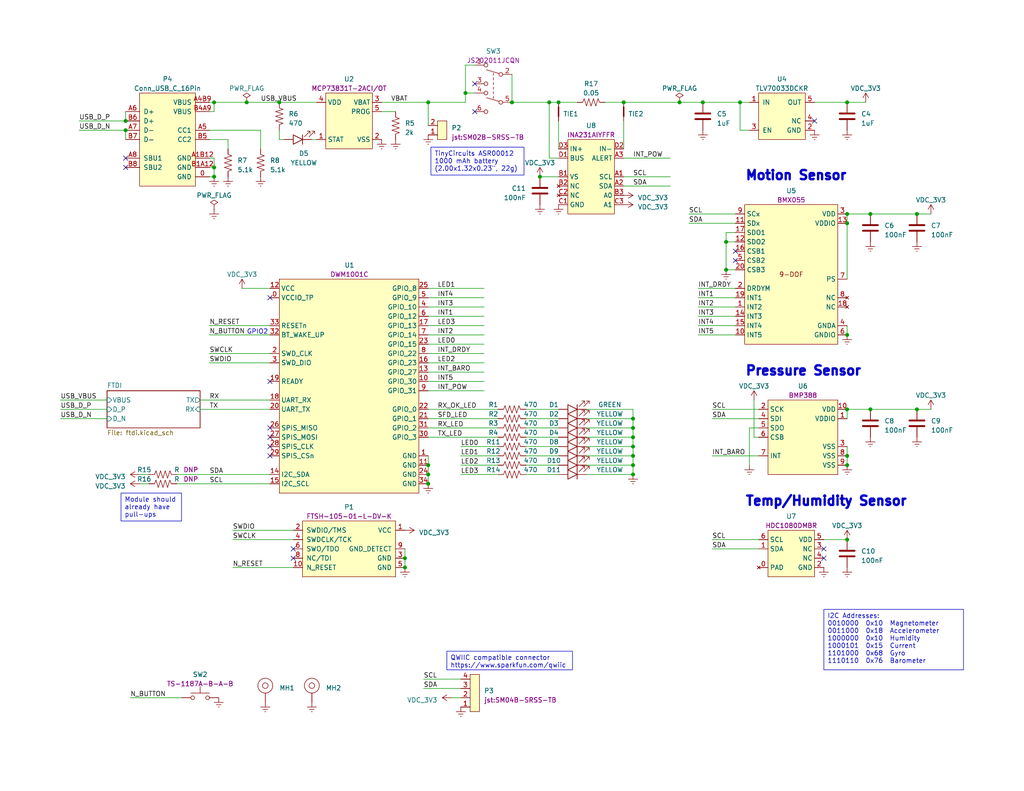
<source format=kicad_sch>
(kicad_sch (version 20221004) (generator eeschema)

  (uuid f1d4e98a-de78-428e-8964-579953189e39)

  (paper "USLetter")

  (title_block
    (title "${PROJECT_NAME}")
    (date "2022-09-27")
    (rev "${PCB_REVISION}")
    (company "Brendan Haines")
  )

  


  (junction (at 34.29 35.56) (diameter 0) (color 0 0 0 0)
    (uuid 04491a8a-bc3f-41bb-a025-edbcf7179e5b)
  )
  (junction (at 231.14 147.32) (diameter 0) (color 0 0 0 0)
    (uuid 2686ec44-8782-40fe-9aca-191813569eb3)
  )
  (junction (at 127 25.4) (diameter 0) (color 0 0 0 0)
    (uuid 295fdb34-fb31-4bfc-91af-0ea372b4a7cf)
  )
  (junction (at 116.84 132.08) (diameter 0) (color 0 0 0 0)
    (uuid 2ac3b076-8d01-4eeb-9a2a-437a5c513873)
  )
  (junction (at 58.42 27.94) (diameter 0) (color 0 0 0 0)
    (uuid 3da6b5e6-8a67-4ae6-bcfc-ef784b12778f)
  )
  (junction (at 110.49 152.4) (diameter 0) (color 0 0 0 0)
    (uuid 3dd7d49b-720a-40d9-bbe8-011f9ebe2c54)
  )
  (junction (at 172.72 121.92) (diameter 0) (color 0 0 0 0)
    (uuid 40daa979-d546-4564-bab7-299d58482b83)
  )
  (junction (at 198.12 66.04) (diameter 0) (color 0 0 0 0)
    (uuid 45ac43e1-4923-4bf3-be53-df9ace5650d2)
  )
  (junction (at 139.7 27.94) (diameter 0) (color 0 0 0 0)
    (uuid 4cfafd19-51b3-4af0-89f6-2be9d7349048)
  )
  (junction (at 172.72 114.3) (diameter 0) (color 0 0 0 0)
    (uuid 51499fa8-8995-4f33-a6fd-9ea0076d96b0)
  )
  (junction (at 250.19 111.76) (diameter 0) (color 0 0 0 0)
    (uuid 514bdfdc-5aa4-431f-b15f-4b2d5a164c22)
  )
  (junction (at 147.32 48.26) (diameter 0) (color 0 0 0 0)
    (uuid 5387d264-1dab-4fce-b424-4337fd857eb6)
  )
  (junction (at 231.14 27.94) (diameter 0) (color 0 0 0 0)
    (uuid 628a1e81-8c58-4697-aa4e-b249a662250b)
  )
  (junction (at 152.4 27.94) (diameter 0) (color 0 0 0 0)
    (uuid 710eb762-5c3f-4e51-b9e6-4695549f89d4)
  )
  (junction (at 67.31 27.94) (diameter 0) (color 0 0 0 0)
    (uuid 71b4495e-3e4f-4de8-89cd-3df3843928ea)
  )
  (junction (at 172.72 129.54) (diameter 0) (color 0 0 0 0)
    (uuid 7377639d-9e1c-4b2b-8532-999f576030d3)
  )
  (junction (at 116.84 27.94) (diameter 0) (color 0 0 0 0)
    (uuid 7665caf7-05c3-483a-8b13-4a7e49f580c2)
  )
  (junction (at 231.14 91.44) (diameter 0) (color 0 0 0 0)
    (uuid 76a23eaa-0d69-4252-a9db-8653067a07ce)
  )
  (junction (at 170.18 27.94) (diameter 0) (color 0 0 0 0)
    (uuid 79dde853-30c6-428e-b389-0dc2dcb67571)
  )
  (junction (at 116.84 129.54) (diameter 0) (color 0 0 0 0)
    (uuid 7cb38f5f-b070-49cb-834e-e855735dd326)
  )
  (junction (at 172.72 116.84) (diameter 0) (color 0 0 0 0)
    (uuid 7dfddb52-ffe9-4002-be3e-b928178cbbd7)
  )
  (junction (at 76.2 27.94) (diameter 0) (color 0 0 0 0)
    (uuid 7f3d787b-2d20-4b6e-a3ac-7a54f95879e6)
  )
  (junction (at 250.19 58.42) (diameter 0) (color 0 0 0 0)
    (uuid 8b2dac8e-4344-4963-b6cc-2a0b3bd00944)
  )
  (junction (at 237.49 58.42) (diameter 0) (color 0 0 0 0)
    (uuid 9076e36e-1b99-4777-8ca0-394669eab4e3)
  )
  (junction (at 172.72 119.38) (diameter 0) (color 0 0 0 0)
    (uuid 99856d00-dc20-4a32-99d0-7ffa10fddd41)
  )
  (junction (at 231.14 111.76) (diameter 0) (color 0 0 0 0)
    (uuid 9f228f28-e9b3-4557-9d09-5af6ea0e8827)
  )
  (junction (at 231.14 60.96) (diameter 0) (color 0 0 0 0)
    (uuid ac4a88ee-c912-4ba5-924a-e86a5ae4ab9d)
  )
  (junction (at 231.14 127) (diameter 0) (color 0 0 0 0)
    (uuid adf75bdd-9cd1-4462-9bfb-80fea736e5cf)
  )
  (junction (at 191.77 27.94) (diameter 0) (color 0 0 0 0)
    (uuid b5319f25-6947-4b6d-bbdf-a8183b4823db)
  )
  (junction (at 58.42 45.72) (diameter 0) (color 0 0 0 0)
    (uuid b85acc45-0032-48af-b96c-5ecb54050c8e)
  )
  (junction (at 231.14 58.42) (diameter 0) (color 0 0 0 0)
    (uuid c145c354-2926-4e8f-a4fa-116e24fb8ce0)
  )
  (junction (at 34.29 33.02) (diameter 0) (color 0 0 0 0)
    (uuid c5291a74-e767-4e13-a430-648a2602dd8c)
  )
  (junction (at 201.93 27.94) (diameter 0) (color 0 0 0 0)
    (uuid c599c97c-7b42-4bd0-9b4d-ef0134b4fb67)
  )
  (junction (at 198.12 73.66) (diameter 0) (color 0 0 0 0)
    (uuid c5d30896-4010-4b22-bd02-8201a48b408f)
  )
  (junction (at 231.14 124.46) (diameter 0) (color 0 0 0 0)
    (uuid c5e6a8ed-2cd3-430a-af47-443edc54e546)
  )
  (junction (at 58.42 48.26) (diameter 0) (color 0 0 0 0)
    (uuid cc6a9b85-7901-4a53-b43a-ea773715292b)
  )
  (junction (at 185.42 27.94) (diameter 0) (color 0 0 0 0)
    (uuid ce430f86-63ce-4df8-8304-90bd8cc05439)
  )
  (junction (at 172.72 124.46) (diameter 0) (color 0 0 0 0)
    (uuid da5fc16e-1409-4f04-bfa2-efe8677043fb)
  )
  (junction (at 237.49 111.76) (diameter 0) (color 0 0 0 0)
    (uuid dcfbcca9-9abb-431d-b2c8-18b798dd685c)
  )
  (junction (at 149.86 27.94) (diameter 0) (color 0 0 0 0)
    (uuid e481b7b6-bd98-4a6b-91d6-40e6e51f02fb)
  )
  (junction (at 172.72 127) (diameter 0) (color 0 0 0 0)
    (uuid f315846e-5458-48e2-b744-c7d492419b54)
  )
  (junction (at 116.84 127) (diameter 0) (color 0 0 0 0)
    (uuid fa86c2bd-98cd-45c7-9a11-ec756957825e)
  )
  (junction (at 110.49 154.94) (diameter 0) (color 0 0 0 0)
    (uuid fcfdaf33-bf15-4c6a-9310-5b24f281cee2)
  )

  (no_connect (at 129.54 30.48) (uuid 00890617-69d9-40a5-b205-cf48c9d2c337))
  (no_connect (at 73.66 121.92) (uuid 015fff28-8e89-4361-8d53-6ab6b19a7963))
  (no_connect (at 73.66 119.38) (uuid 01c5690e-c667-46d2-83cb-21f706634e2d))
  (no_connect (at 34.29 43.18) (uuid 09360bc4-9b5d-4523-bd76-9faec61edd40))
  (no_connect (at 34.29 45.72) (uuid 09360bc4-9b5d-4523-bd76-9faec61edd41))
  (no_connect (at 224.79 152.4) (uuid 18e4861b-5b14-43af-aa7e-bd6fbe67d806))
  (no_connect (at 129.54 22.86) (uuid 1dff7008-6572-4e66-820f-1f1b7cc7ed66))
  (no_connect (at 224.79 149.86) (uuid 41caee34-4f6c-47e7-aeaa-340d0cd0b1af))
  (no_connect (at 73.66 116.84) (uuid 4f02ef73-2b25-4d2b-809c-46fbd85a672d))
  (no_connect (at 73.66 104.14) (uuid 77a217b7-b6f4-4dc3-a46e-798075686406))
  (no_connect (at 73.66 81.28) (uuid 90d9073f-8d4a-4a80-841e-6f7e6c0b5b70))
  (no_connect (at 73.66 124.46) (uuid 980dacda-e6d8-48b5-85dd-08a3d9268870))
  (no_connect (at 200.66 71.12) (uuid c67061b9-6194-4e3e-9899-090ef74d732b))
  (no_connect (at 200.66 68.58) (uuid c67061b9-6194-4e3e-9899-090ef74d732c))
  (no_connect (at 80.01 149.86) (uuid d44135fa-129d-4bce-860b-e3da3f80d1da))
  (no_connect (at 80.01 152.4) (uuid d902cb2c-6a20-485a-8540-a759a872d25b))
  (no_connect (at 222.25 33.02) (uuid db0b7081-1c36-481f-ab07-2b88c03362d4))

  (wire (pts (xy 231.14 124.46) (xy 231.14 127))
    (stroke (width 0) (type default))
    (uuid 006b99e8-5986-415a-bb91-d4641151cd8e)
  )
  (wire (pts (xy 116.84 99.06) (xy 132.08 99.06))
    (stroke (width 0) (type default))
    (uuid 051f52e9-9585-469b-802e-6b77ff575e6c)
  )
  (wire (pts (xy 116.84 124.46) (xy 116.84 127))
    (stroke (width 0) (type default))
    (uuid 0691c371-ca0d-4f65-815a-51a5d5afa87e)
  )
  (wire (pts (xy 116.84 129.54) (xy 116.84 132.08))
    (stroke (width 0) (type default))
    (uuid 089343f8-b6f8-4331-807c-08d633ce8066)
  )
  (wire (pts (xy 250.19 58.42) (xy 254 58.42))
    (stroke (width 0) (type default))
    (uuid 0bf9b00b-6339-4026-840a-70f23044f4f7)
  )
  (wire (pts (xy 127 25.4) (xy 127 17.78))
    (stroke (width 0) (type default))
    (uuid 0ccdf54f-d0a4-4ecc-98f5-d334e7e8644b)
  )
  (wire (pts (xy 160.02 121.92) (xy 172.72 121.92))
    (stroke (width 0) (type default))
    (uuid 0dec0adb-6244-42ce-a413-2b597cb28654)
  )
  (wire (pts (xy 116.84 119.38) (xy 135.89 119.38))
    (stroke (width 0) (type default))
    (uuid 0ea54d64-84a4-4a86-bb3e-3fa1546ed9ea)
  )
  (wire (pts (xy 116.84 91.44) (xy 132.08 91.44))
    (stroke (width 0) (type default))
    (uuid 0f31d16a-9e11-4f15-b088-bef8f929f64c)
  )
  (wire (pts (xy 116.84 111.76) (xy 135.89 111.76))
    (stroke (width 0) (type default))
    (uuid 124ef24d-64f9-418d-9e95-c7871d53b05b)
  )
  (wire (pts (xy 231.14 58.42) (xy 237.49 58.42))
    (stroke (width 0) (type default))
    (uuid 13963879-ebea-48c8-86a0-cf4ef0e08f5d)
  )
  (wire (pts (xy 29.21 114.3) (xy 16.51 114.3))
    (stroke (width 0) (type default))
    (uuid 1415d156-63af-432a-a929-4e37ac72fb80)
  )
  (wire (pts (xy 185.42 27.94) (xy 191.77 27.94))
    (stroke (width 0) (type default))
    (uuid 14ef2644-b0d8-4b33-b39f-faf14464bfc7)
  )
  (wire (pts (xy 170.18 50.8) (xy 182.88 50.8))
    (stroke (width 0) (type default))
    (uuid 195596dd-fc70-4b2e-9849-91b6f191efbb)
  )
  (wire (pts (xy 170.18 27.94) (xy 185.42 27.94))
    (stroke (width 0) (type default))
    (uuid 1bc2ba08-bb92-4897-92dc-1c138b1f91e5)
  )
  (wire (pts (xy 231.14 111.76) (xy 231.14 114.3))
    (stroke (width 0) (type default))
    (uuid 1dcca400-c404-4749-b72c-b8a01b12107a)
  )
  (wire (pts (xy 172.72 121.92) (xy 172.72 124.46))
    (stroke (width 0) (type default))
    (uuid 1e6160ba-23fe-43cc-a593-076bf6112c1d)
  )
  (wire (pts (xy 116.84 78.74) (xy 132.08 78.74))
    (stroke (width 0) (type default))
    (uuid 2316c5c0-6f87-4383-ab60-df0c8229a826)
  )
  (wire (pts (xy 34.29 30.48) (xy 34.29 33.02))
    (stroke (width 0) (type default))
    (uuid 24624c4d-1fb0-4440-8686-dead8631416d)
  )
  (wire (pts (xy 237.49 111.76) (xy 250.19 111.76))
    (stroke (width 0) (type default))
    (uuid 2561f18d-103b-420a-aa8d-97039823f0d9)
  )
  (wire (pts (xy 104.14 30.48) (xy 107.95 30.48))
    (stroke (width 0) (type default))
    (uuid 293c8c48-3644-48af-8927-f045f702b6ef)
  )
  (wire (pts (xy 116.84 101.6) (xy 132.08 101.6))
    (stroke (width 0) (type default))
    (uuid 29a28a34-a31b-4f18-bdf5-7efac894065a)
  )
  (wire (pts (xy 57.15 30.48) (xy 58.42 30.48))
    (stroke (width 0) (type default))
    (uuid 2d577ff5-f708-43a5-a8d5-6bfe13413616)
  )
  (wire (pts (xy 160.02 119.38) (xy 172.72 119.38))
    (stroke (width 0) (type default))
    (uuid 2df729df-55e9-453b-8a8f-0f2f342378c8)
  )
  (wire (pts (xy 116.84 93.98) (xy 132.08 93.98))
    (stroke (width 0) (type default))
    (uuid 2f3658c9-7425-4aac-8eb3-ff889c0e9a6c)
  )
  (wire (pts (xy 58.42 43.18) (xy 58.42 45.72))
    (stroke (width 0) (type default))
    (uuid 3170cd5f-47f4-403c-a5c0-45cf111949eb)
  )
  (wire (pts (xy 143.51 121.92) (xy 152.4 121.92))
    (stroke (width 0) (type default))
    (uuid 333b494f-eb4e-40d7-b79e-6e6156c31cc5)
  )
  (wire (pts (xy 250.19 111.76) (xy 254 111.76))
    (stroke (width 0) (type default))
    (uuid 346dd347-8ad5-4a5e-bef4-74acb494fe7d)
  )
  (wire (pts (xy 207.01 119.38) (xy 205.74 119.38))
    (stroke (width 0) (type default))
    (uuid 35c71ff8-0d33-44fc-95ab-73be55f45c76)
  )
  (wire (pts (xy 149.86 27.94) (xy 152.4 27.94))
    (stroke (width 0) (type default))
    (uuid 35d33e7c-552a-41a8-a235-e1544388e4da)
  )
  (wire (pts (xy 190.5 78.74) (xy 200.66 78.74))
    (stroke (width 0) (type default))
    (uuid 374a8185-9227-485a-b45d-b63b4fb0150c)
  )
  (wire (pts (xy 198.12 66.04) (xy 200.66 66.04))
    (stroke (width 0) (type default))
    (uuid 377b4bb9-fcc3-477c-be1e-f85dd6417459)
  )
  (wire (pts (xy 231.14 58.42) (xy 231.14 60.96))
    (stroke (width 0) (type default))
    (uuid 385f0ca9-05a2-4d2d-8989-01aead8c3819)
  )
  (wire (pts (xy 116.84 106.68) (xy 132.08 106.68))
    (stroke (width 0) (type default))
    (uuid 38932cac-1f42-436e-9e00-4aa6d9c3a83b)
  )
  (wire (pts (xy 147.32 48.26) (xy 152.4 48.26))
    (stroke (width 0) (type default))
    (uuid 38acfb39-a5c7-4e2b-b599-8728c3970861)
  )
  (wire (pts (xy 160.02 111.76) (xy 172.72 111.76))
    (stroke (width 0) (type default))
    (uuid 3e1a0d92-071f-43ac-bf7d-9945072a5d2c)
  )
  (wire (pts (xy 127 25.4) (xy 127 27.94))
    (stroke (width 0) (type default))
    (uuid 3ecd231b-86b7-40fc-bbb6-4c637de881e3)
  )
  (wire (pts (xy 170.18 48.26) (xy 182.88 48.26))
    (stroke (width 0) (type default))
    (uuid 46bade87-e6c7-4660-9076-fd79328b52c4)
  )
  (wire (pts (xy 143.51 119.38) (xy 152.4 119.38))
    (stroke (width 0) (type default))
    (uuid 46d37eaa-b2f3-4797-a9cc-f002f46e80ef)
  )
  (wire (pts (xy 231.14 121.92) (xy 231.14 124.46))
    (stroke (width 0) (type default))
    (uuid 47f5f580-19fb-49fd-b302-5bb64cf0fec8)
  )
  (wire (pts (xy 236.22 27.94) (xy 231.14 27.94))
    (stroke (width 0) (type default))
    (uuid 4988e3ce-793e-4903-b263-3c01975f093b)
  )
  (wire (pts (xy 116.84 104.14) (xy 132.08 104.14))
    (stroke (width 0) (type default))
    (uuid 4aff6e53-ffc5-4529-a0d9-1b31e3c14ad6)
  )
  (wire (pts (xy 34.29 35.56) (xy 21.59 35.56))
    (stroke (width 0) (type default))
    (uuid 4bcee21a-e4a5-4c05-a8e2-8a6f3803c4fe)
  )
  (wire (pts (xy 237.49 58.42) (xy 250.19 58.42))
    (stroke (width 0) (type default))
    (uuid 4bf0bc3a-a04d-4d89-836f-f5fb5c12dc64)
  )
  (wire (pts (xy 172.72 116.84) (xy 172.72 119.38))
    (stroke (width 0) (type default))
    (uuid 4c779d40-dfd2-43db-bd34-47b0f9489af3)
  )
  (wire (pts (xy 116.84 27.94) (xy 116.84 34.29))
    (stroke (width 0) (type default))
    (uuid 4d025224-348b-4677-a71d-a446a932e3e1)
  )
  (wire (pts (xy 57.15 88.9) (xy 73.66 88.9))
    (stroke (width 0) (type default))
    (uuid 4d9d0be8-38f4-47cf-8dbf-b64660e113ae)
  )
  (wire (pts (xy 149.86 27.94) (xy 149.86 43.18))
    (stroke (width 0) (type default))
    (uuid 4fb0fc59-270e-4daf-945c-378904eab98a)
  )
  (wire (pts (xy 57.15 45.72) (xy 58.42 45.72))
    (stroke (width 0) (type default))
    (uuid 50669c7f-d69f-446c-a5a9-9344af804c7e)
  )
  (wire (pts (xy 57.15 99.06) (xy 73.66 99.06))
    (stroke (width 0) (type default))
    (uuid 546e743f-93a0-44ca-b905-fbc51db60e88)
  )
  (wire (pts (xy 80.01 154.94) (xy 63.5 154.94))
    (stroke (width 0) (type default))
    (uuid 5553b2cd-655d-4c0f-8a02-9f588362338b)
  )
  (wire (pts (xy 125.73 187.96) (xy 115.57 187.96))
    (stroke (width 0) (type default))
    (uuid 56745442-46aa-4efc-9512-fb9946dd5158)
  )
  (wire (pts (xy 143.51 124.46) (xy 152.4 124.46))
    (stroke (width 0) (type default))
    (uuid 5801d3ca-02eb-491f-bfc7-c934ab316884)
  )
  (wire (pts (xy 57.15 38.1) (xy 62.23 38.1))
    (stroke (width 0) (type default))
    (uuid 58b90446-0abf-45e0-a0da-9a4f770ce507)
  )
  (wire (pts (xy 116.84 81.28) (xy 132.08 81.28))
    (stroke (width 0) (type default))
    (uuid 59a0aacc-ead2-438a-85e9-d50a2cc1ea6b)
  )
  (wire (pts (xy 48.26 132.08) (xy 73.66 132.08))
    (stroke (width 0) (type default))
    (uuid 59c0391a-5ffb-4d21-b700-e0b04dee472e)
  )
  (wire (pts (xy 170.18 33.02) (xy 170.18 40.64))
    (stroke (width 0) (type default))
    (uuid 5b01f6be-a158-4d1a-b7be-fa9d6301132f)
  )
  (wire (pts (xy 125.73 124.46) (xy 135.89 124.46))
    (stroke (width 0) (type default))
    (uuid 5d6679b0-2ab9-4c2e-979c-112df00a200b)
  )
  (wire (pts (xy 80.01 147.32) (xy 63.5 147.32))
    (stroke (width 0) (type default))
    (uuid 5da2752a-175a-498e-9fcb-f682ffd33786)
  )
  (wire (pts (xy 160.02 127) (xy 172.72 127))
    (stroke (width 0) (type default))
    (uuid 5e5eeddb-c5d1-4740-906f-506df00001c3)
  )
  (wire (pts (xy 57.15 91.44) (xy 73.66 91.44))
    (stroke (width 0) (type default))
    (uuid 667f80b3-2c55-42d8-a73f-694bc1ac5eb3)
  )
  (wire (pts (xy 29.21 111.76) (xy 16.51 111.76))
    (stroke (width 0) (type default))
    (uuid 67e90ea8-9912-42f5-be2d-3fb69c11797b)
  )
  (wire (pts (xy 66.04 78.74) (xy 73.66 78.74))
    (stroke (width 0) (type default))
    (uuid 6c1a283e-9c1c-426c-8d08-9e9e197063dd)
  )
  (wire (pts (xy 172.72 124.46) (xy 172.72 127))
    (stroke (width 0) (type default))
    (uuid 6c72de92-f094-4f72-95bc-bd879a61bb05)
  )
  (wire (pts (xy 77.47 38.1) (xy 76.2 38.1))
    (stroke (width 0) (type default))
    (uuid 6ca30548-c4c2-436a-a2b4-6681d1290668)
  )
  (wire (pts (xy 116.84 116.84) (xy 135.89 116.84))
    (stroke (width 0) (type default))
    (uuid 6d27fdcb-d440-4248-8e0d-7dfa926cbb6c)
  )
  (wire (pts (xy 139.7 27.94) (xy 149.86 27.94))
    (stroke (width 0) (type default))
    (uuid 711a3986-8fec-4131-990f-66bd1381fa14)
  )
  (wire (pts (xy 194.31 114.3) (xy 207.01 114.3))
    (stroke (width 0) (type default))
    (uuid 71bcff73-6ded-45c2-8aa1-76573b0e2cae)
  )
  (wire (pts (xy 172.72 111.76) (xy 172.72 114.3))
    (stroke (width 0) (type default))
    (uuid 7280d379-7f3d-492b-bd97-8cbc7755e7c9)
  )
  (wire (pts (xy 152.4 43.18) (xy 149.86 43.18))
    (stroke (width 0) (type default))
    (uuid 75d7d212-260c-4566-9643-8eaafefb0d76)
  )
  (wire (pts (xy 57.15 43.18) (xy 58.42 43.18))
    (stroke (width 0) (type default))
    (uuid 75f8aa07-975c-405b-8695-9c8c668e09e8)
  )
  (wire (pts (xy 116.84 127) (xy 116.84 129.54))
    (stroke (width 0) (type default))
    (uuid 762cd5a9-c76f-46de-8cb0-4d60e67fc9ed)
  )
  (wire (pts (xy 125.73 190.5) (xy 123.19 190.5))
    (stroke (width 0) (type default))
    (uuid 7795f24c-30ed-4132-b24a-d3a7f75eaad7)
  )
  (wire (pts (xy 57.15 27.94) (xy 58.42 27.94))
    (stroke (width 0) (type default))
    (uuid 7817d9c7-167d-4949-9f47-31241430fa36)
  )
  (wire (pts (xy 143.51 114.3) (xy 152.4 114.3))
    (stroke (width 0) (type default))
    (uuid 7b15eea4-519d-4f0e-b7e7-8702e2d867a3)
  )
  (wire (pts (xy 58.42 45.72) (xy 58.42 48.26))
    (stroke (width 0) (type default))
    (uuid 7b4306a9-90a7-42f4-9719-45a89fcf4ded)
  )
  (wire (pts (xy 231.14 27.94) (xy 222.25 27.94))
    (stroke (width 0) (type default))
    (uuid 7bc9e204-90fe-431d-89f4-1735b8b798f6)
  )
  (wire (pts (xy 190.5 86.36) (xy 200.66 86.36))
    (stroke (width 0) (type default))
    (uuid 7c574d6e-99b6-4c45-a52d-48a44a03df0c)
  )
  (wire (pts (xy 160.02 124.46) (xy 172.72 124.46))
    (stroke (width 0) (type default))
    (uuid 837d7733-1a4d-4714-96ee-4bd7fc3af7b5)
  )
  (wire (pts (xy 231.14 88.9) (xy 231.14 91.44))
    (stroke (width 0) (type default))
    (uuid 86a0ac9a-b23e-404a-8b1f-ec59d9cf0452)
  )
  (wire (pts (xy 194.31 111.76) (xy 207.01 111.76))
    (stroke (width 0) (type default))
    (uuid 87befbaa-95fa-4dee-9a16-6eadd348826e)
  )
  (wire (pts (xy 125.73 127) (xy 135.89 127))
    (stroke (width 0) (type default))
    (uuid 87ca0b21-bbcb-4752-b5c4-f387df3edc82)
  )
  (wire (pts (xy 187.96 60.96) (xy 200.66 60.96))
    (stroke (width 0) (type default))
    (uuid 8ab30620-2191-4b3a-8ba3-a3f37d988207)
  )
  (wire (pts (xy 116.84 114.3) (xy 135.89 114.3))
    (stroke (width 0) (type default))
    (uuid 8b867045-2129-491a-ae82-d0592e2d85a0)
  )
  (wire (pts (xy 116.84 83.82) (xy 132.08 83.82))
    (stroke (width 0) (type default))
    (uuid 8bf4b467-5874-4644-8c60-19bdd0a1819a)
  )
  (wire (pts (xy 231.14 60.96) (xy 231.14 76.2))
    (stroke (width 0) (type default))
    (uuid 8c1b7ff6-f601-4160-9f00-0abdcab4b2d9)
  )
  (wire (pts (xy 198.12 73.66) (xy 200.66 73.66))
    (stroke (width 0) (type default))
    (uuid 8f877908-975b-43da-a032-d02e62dae4f8)
  )
  (wire (pts (xy 194.31 147.32) (xy 207.01 147.32))
    (stroke (width 0) (type default))
    (uuid 9070e887-4ced-42c1-9fe5-7a559ca92574)
  )
  (wire (pts (xy 224.79 147.32) (xy 231.14 147.32))
    (stroke (width 0) (type default))
    (uuid 90da2d05-6025-4f17-b26d-358fce2697fd)
  )
  (wire (pts (xy 204.47 116.84) (xy 204.47 127))
    (stroke (width 0) (type default))
    (uuid 90e32105-3bfc-4323-a14a-af7d144fd453)
  )
  (wire (pts (xy 205.74 109.22) (xy 205.74 119.38))
    (stroke (width 0) (type default))
    (uuid 910b8f80-3ca4-4f7f-a42e-0f4c6eadf997)
  )
  (wire (pts (xy 58.42 30.48) (xy 58.42 27.94))
    (stroke (width 0) (type default))
    (uuid 9319eecb-4840-47c3-b327-ee5c001aaae3)
  )
  (wire (pts (xy 191.77 27.94) (xy 201.93 27.94))
    (stroke (width 0) (type default))
    (uuid 932c62f6-d38b-4534-9920-6271b72becbf)
  )
  (wire (pts (xy 48.26 129.54) (xy 73.66 129.54))
    (stroke (width 0) (type default))
    (uuid 983f179c-1211-4176-9a07-1794a510139d)
  )
  (wire (pts (xy 190.5 83.82) (xy 200.66 83.82))
    (stroke (width 0) (type default))
    (uuid 98a4097d-0bd1-4816-8efa-f2c366ff0602)
  )
  (wire (pts (xy 172.72 129.54) (xy 172.72 127))
    (stroke (width 0) (type default))
    (uuid 9985cad9-4b48-4b3c-9f65-6ea3699e140b)
  )
  (wire (pts (xy 165.1 27.94) (xy 170.18 27.94))
    (stroke (width 0) (type default))
    (uuid 9c936b18-1cf5-44a9-b242-3bd0215b93d6)
  )
  (wire (pts (xy 76.2 38.1) (xy 76.2 35.56))
    (stroke (width 0) (type default))
    (uuid 9cdf52f9-4046-4d83-86b6-249d34e79b7d)
  )
  (wire (pts (xy 160.02 116.84) (xy 172.72 116.84))
    (stroke (width 0) (type default))
    (uuid 9cf07002-7324-4387-8030-512b55887a9e)
  )
  (wire (pts (xy 57.15 96.52) (xy 73.66 96.52))
    (stroke (width 0) (type default))
    (uuid 9da67a5f-8e72-4fae-a49d-a2f656e941ee)
  )
  (wire (pts (xy 116.84 27.94) (xy 127 27.94))
    (stroke (width 0) (type default))
    (uuid 9fe8df0b-633b-4846-b730-048fb52a4cbe)
  )
  (wire (pts (xy 207.01 116.84) (xy 204.47 116.84))
    (stroke (width 0) (type default))
    (uuid a1527490-1a1d-4228-84ab-b5b0c5687167)
  )
  (wire (pts (xy 71.12 40.64) (xy 71.12 35.56))
    (stroke (width 0) (type default))
    (uuid a2b8ddbb-c7e4-4c79-b1b6-5fa7cdb4e383)
  )
  (wire (pts (xy 152.4 27.94) (xy 157.48 27.94))
    (stroke (width 0) (type default))
    (uuid a5f01069-563d-4956-8596-246e2cc5f07c)
  )
  (wire (pts (xy 139.7 20.32) (xy 139.7 27.94))
    (stroke (width 0) (type default))
    (uuid a6d52033-b981-4465-abcb-1c8762ff2439)
  )
  (wire (pts (xy 58.42 27.94) (xy 67.31 27.94))
    (stroke (width 0) (type default))
    (uuid a7fdad2a-d20e-4f67-af09-daf5ee2ffddb)
  )
  (wire (pts (xy 16.51 109.22) (xy 29.21 109.22))
    (stroke (width 0) (type default))
    (uuid a9ca56dc-4411-4204-ad70-c70a031c9283)
  )
  (wire (pts (xy 160.02 114.3) (xy 172.72 114.3))
    (stroke (width 0) (type default))
    (uuid ab5c3d22-a2aa-4a58-a6bf-52af7631ba5a)
  )
  (wire (pts (xy 116.84 88.9) (xy 132.08 88.9))
    (stroke (width 0) (type default))
    (uuid ab6d2e17-3753-4c52-9923-cd54f1c69803)
  )
  (wire (pts (xy 125.73 129.54) (xy 135.89 129.54))
    (stroke (width 0) (type default))
    (uuid acda320d-4f23-4055-ba24-073900e6f67c)
  )
  (wire (pts (xy 104.14 27.94) (xy 116.84 27.94))
    (stroke (width 0) (type default))
    (uuid ad094b29-972f-4e41-8827-697b396d40bc)
  )
  (wire (pts (xy 190.5 81.28) (xy 200.66 81.28))
    (stroke (width 0) (type default))
    (uuid ad3b7469-2e1e-49e6-a193-64fb0436f041)
  )
  (wire (pts (xy 187.96 58.42) (xy 200.66 58.42))
    (stroke (width 0) (type default))
    (uuid af398bf6-afff-4b11-b016-b02a51873511)
  )
  (wire (pts (xy 116.84 96.52) (xy 132.08 96.52))
    (stroke (width 0) (type default))
    (uuid b0daca5b-6916-4793-a681-b55726e750a0)
  )
  (wire (pts (xy 143.51 116.84) (xy 152.4 116.84))
    (stroke (width 0) (type default))
    (uuid b21d5be5-15fc-43dd-8bdd-93203ae07e47)
  )
  (wire (pts (xy 58.42 48.26) (xy 57.15 48.26))
    (stroke (width 0) (type default))
    (uuid b3223b58-9d8f-464f-a219-804eea7aa2bf)
  )
  (wire (pts (xy 35.56 190.5) (xy 49.53 190.5))
    (stroke (width 0) (type default))
    (uuid b85abdcf-f792-4e7f-90a5-287c9a8fe395)
  )
  (wire (pts (xy 143.51 111.76) (xy 152.4 111.76))
    (stroke (width 0) (type default))
    (uuid bb844450-5f68-468e-bf3a-d0f3d1f80f8c)
  )
  (wire (pts (xy 110.49 149.86) (xy 110.49 152.4))
    (stroke (width 0) (type default))
    (uuid be46d6d5-9811-497a-a0b8-4e7049279dd6)
  )
  (wire (pts (xy 76.2 27.94) (xy 86.36 27.94))
    (stroke (width 0) (type default))
    (uuid c14f657d-5cc0-4984-a080-df70f4240ca4)
  )
  (wire (pts (xy 71.12 35.56) (xy 57.15 35.56))
    (stroke (width 0) (type default))
    (uuid c37f1626-e478-4ef9-a968-95e4da263e05)
  )
  (wire (pts (xy 194.31 149.86) (xy 207.01 149.86))
    (stroke (width 0) (type default))
    (uuid c3b765b3-8c78-408c-825a-dd55c6dbf794)
  )
  (wire (pts (xy 85.09 38.1) (xy 86.36 38.1))
    (stroke (width 0) (type default))
    (uuid c3fd91cf-4d2c-41b1-bd98-802b0b7e07fe)
  )
  (wire (pts (xy 125.73 185.42) (xy 115.57 185.42))
    (stroke (width 0) (type default))
    (uuid c40dd9c4-0895-4141-8f75-2e5ebe659678)
  )
  (wire (pts (xy 54.61 109.22) (xy 73.66 109.22))
    (stroke (width 0) (type default))
    (uuid c4f8047a-3b08-4c03-8884-f520cdede9b7)
  )
  (wire (pts (xy 116.84 86.36) (xy 132.08 86.36))
    (stroke (width 0) (type default))
    (uuid c83585bf-26c5-4833-9c03-06b13a64c470)
  )
  (wire (pts (xy 54.61 111.76) (xy 73.66 111.76))
    (stroke (width 0) (type default))
    (uuid c8df6d9a-599f-4906-9115-3047e79bc276)
  )
  (wire (pts (xy 62.23 38.1) (xy 62.23 40.64))
    (stroke (width 0) (type default))
    (uuid cea445b7-5adc-4570-a21b-97ba3ab4ddf0)
  )
  (wire (pts (xy 172.72 129.54) (xy 160.02 129.54))
    (stroke (width 0) (type default))
    (uuid cff97b9a-8270-4c71-8019-74d2a933a2d5)
  )
  (wire (pts (xy 201.93 27.94) (xy 201.93 35.56))
    (stroke (width 0) (type default))
    (uuid d173ec0c-4aae-4e98-aff1-73a3b71ae42a)
  )
  (wire (pts (xy 129.54 25.4) (xy 127 25.4))
    (stroke (width 0) (type default))
    (uuid d39acba1-a5bd-4db0-b6f9-db33c59e7e03)
  )
  (wire (pts (xy 194.31 124.46) (xy 207.01 124.46))
    (stroke (width 0) (type default))
    (uuid d3a3df06-5f15-475c-b7b2-75006ab16ae5)
  )
  (wire (pts (xy 190.5 88.9) (xy 200.66 88.9))
    (stroke (width 0) (type default))
    (uuid d3c73007-bfa5-4e1f-8b20-34f9f863e2fb)
  )
  (wire (pts (xy 34.29 33.02) (xy 21.59 33.02))
    (stroke (width 0) (type default))
    (uuid d7f1d9cb-6877-4a2b-8763-adf89ef9da02)
  )
  (wire (pts (xy 34.29 35.56) (xy 34.29 38.1))
    (stroke (width 0) (type default))
    (uuid d891d386-aec7-4e40-9ff9-13c460636edb)
  )
  (wire (pts (xy 143.51 129.54) (xy 152.4 129.54))
    (stroke (width 0) (type default))
    (uuid d8e82cac-bd96-4fa1-897e-8525758989de)
  )
  (wire (pts (xy 201.93 27.94) (xy 204.47 27.94))
    (stroke (width 0) (type default))
    (uuid d8fd46bb-2a21-4aa0-8e08-a22229e51194)
  )
  (wire (pts (xy 170.18 43.18) (xy 182.88 43.18))
    (stroke (width 0) (type default))
    (uuid da683cab-ebb6-4597-8655-20074ac90db0)
  )
  (wire (pts (xy 80.01 144.78) (xy 63.5 144.78))
    (stroke (width 0) (type default))
    (uuid db6d9d8b-2d5f-42f6-bd2d-ee4025a8e682)
  )
  (wire (pts (xy 38.1 129.54) (xy 40.64 129.54))
    (stroke (width 0) (type default))
    (uuid dbab5484-b861-4ccd-ad77-41db0ce5b1f8)
  )
  (wire (pts (xy 198.12 66.04) (xy 198.12 73.66))
    (stroke (width 0) (type default))
    (uuid dc3cd0eb-d0d8-44a4-9f05-851a06aeee5a)
  )
  (wire (pts (xy 125.73 121.92) (xy 135.89 121.92))
    (stroke (width 0) (type default))
    (uuid de460077-76c2-4392-92aa-d5bfdac354a1)
  )
  (wire (pts (xy 204.47 35.56) (xy 201.93 35.56))
    (stroke (width 0) (type default))
    (uuid dfcf2d83-2235-4322-a9cc-a9d708ce0861)
  )
  (wire (pts (xy 172.72 114.3) (xy 172.72 116.84))
    (stroke (width 0) (type default))
    (uuid e1eca6ac-cc75-4cba-871d-2f1546309a8b)
  )
  (wire (pts (xy 67.31 27.94) (xy 76.2 27.94))
    (stroke (width 0) (type default))
    (uuid e32c1b32-a9dd-40eb-ad74-d401e29d1499)
  )
  (wire (pts (xy 198.12 63.5) (xy 198.12 66.04))
    (stroke (width 0) (type default))
    (uuid e4e86465-9a82-447b-81be-e9ee7befd2c3)
  )
  (wire (pts (xy 38.1 132.08) (xy 40.64 132.08))
    (stroke (width 0) (type default))
    (uuid e72969bf-6cef-4606-8a34-6970f6b34600)
  )
  (wire (pts (xy 110.49 152.4) (xy 110.49 154.94))
    (stroke (width 0) (type default))
    (uuid ebd3fef8-6c38-453c-876c-602af43c5383)
  )
  (wire (pts (xy 190.5 91.44) (xy 200.66 91.44))
    (stroke (width 0) (type default))
    (uuid eff57a11-86d8-4dbc-8944-ca5a3d4af3a2)
  )
  (wire (pts (xy 127 17.78) (xy 129.54 17.78))
    (stroke (width 0) (type default))
    (uuid f0fb6154-0fe0-4502-b671-690a25fe43ee)
  )
  (wire (pts (xy 143.51 127) (xy 152.4 127))
    (stroke (width 0) (type default))
    (uuid f5370c30-6c62-446b-8f46-a581fa52e703)
  )
  (wire (pts (xy 172.72 119.38) (xy 172.72 121.92))
    (stroke (width 0) (type default))
    (uuid f6b69baa-7c2e-4f87-9091-319da44093c2)
  )
  (wire (pts (xy 231.14 111.76) (xy 237.49 111.76))
    (stroke (width 0) (type default))
    (uuid f71b608d-9f14-4e76-a2e8-6655402091f8)
  )
  (wire (pts (xy 200.66 63.5) (xy 198.12 63.5))
    (stroke (width 0) (type default))
    (uuid fa4a1e38-0b64-4334-9701-0ca710b9d378)
  )
  (wire (pts (xy 152.4 33.02) (xy 152.4 40.64))
    (stroke (width 0) (type default))
    (uuid ffaed5a2-8632-4349-8294-3e5e53a514f7)
  )

  (text_box "Module should already have pull-ups"
    (at 33.02 134.62 0) (size 16.51 7.62)
    (stroke (width 0) (type default))
    (fill (type none))
    (effects (font (size 1.27 1.27)) (justify left top))
    (uuid 1f63fcc5-8445-46b8-8bc5-4d8e642d9cb1)
  )
  (text_box "QWIIC compatible connector\nhttps://www.sparkfun.com/qwiic"
    (at 121.92 177.8 0) (size 34.29 5.08)
    (stroke (width 0) (type default))
    (fill (type none))
    (effects (font (size 1.27 1.27)) (justify left top))
    (uuid 45985931-ce43-4a6b-854b-521b9a255a3e)
  )
  (text_box "TinyCircuits ASR00012\n1000 mAh battery (2.00x1.32x0.23\", 22g)"
    (at 117.578 40.1745 0) (size 25.4 7.62)
    (stroke (width 0) (type default))
    (fill (type none))
    (effects (font (size 1.27 1.27)) (justify left top))
    (uuid 8ce6f4bd-b599-461a-a517-08764ad39a64)
  )
  (text_box "I2C Addresses:\n0010000  0x10  Magnetometer\n0011000  0x18  Accelerometer\n1000000  0x10  Humidity\n1000101  0x15  Current\n1101000  0x68  Gyro\n1110110  0x76  Barometer"
    (at 224.79 166.37 0) (size 38.1 16.51)
    (stroke (width 0) (type default))
    (fill (type none))
    (effects (font (size 1.27 1.27)) (justify left top))
    (uuid b0480418-656f-439e-969b-681017ab45df)
  )

  (text "Temp/Humidity Sensor" (at 203.2 138.43 0)
    (effects (font (size 2.54 2.54) (thickness 1.016) bold) (justify left bottom))
    (uuid 13e44669-0d7a-41a7-aa87-4dd8d1bb35a4)
  )
  (text "GPIO2" (at 67.31 91.44 0)
    (effects (font (size 1.27 1.27)) (justify left bottom))
    (uuid 21d5aca6-849e-48f8-acad-d7a7a2b56b36)
  )
  (text "Pressure Sensor" (at 203.2 102.87 0)
    (effects (font (size 2.54 2.54) (thickness 1.016) bold) (justify left bottom))
    (uuid 25a7f048-0745-42d7-ba3b-4b9ad2f3c2de)
  )
  (text "Motion Sensor" (at 203.2 49.53 0)
    (effects (font (size 2.54 2.54) (thickness 1.016) bold) (justify left bottom))
    (uuid fb2114ed-3e91-4efb-8c8d-b01430ed4e7c)
  )

  (label "SCL" (at 57.15 132.08 0) (fields_autoplaced)
    (effects (font (size 1.27 1.27)) (justify left bottom))
    (uuid 08799ca8-2296-4add-af34-af9fda224b29)
  )
  (label "TX_LED" (at 119.38 119.38 0) (fields_autoplaced)
    (effects (font (size 1.27 1.27)) (justify left bottom))
    (uuid 08e7443d-2e1d-44b2-b5f4-ce1148b73fc5)
  )
  (label "SDA" (at 194.31 149.86 0) (fields_autoplaced)
    (effects (font (size 1.27 1.27)) (justify left bottom))
    (uuid 0cf009c3-0c80-477c-bc4e-91b536dfb21a)
  )
  (label "LED0" (at 119.38 93.98 0) (fields_autoplaced)
    (effects (font (size 1.27 1.27)) (justify left bottom))
    (uuid 0d941a36-2662-4000-bf19-769b5b7126b6)
  )
  (label "INT1" (at 190.5 81.28 0) (fields_autoplaced)
    (effects (font (size 1.27 1.27)) (justify left bottom))
    (uuid 10409d2e-963c-4afd-97ab-08cfbf85edf3)
  )
  (label "SCL" (at 172.72 48.26 0) (fields_autoplaced)
    (effects (font (size 1.27 1.27)) (justify left bottom))
    (uuid 1e9f9ebe-7dd4-454a-93c8-aff951641724)
  )
  (label "LED1" (at 119.38 78.74 0) (fields_autoplaced)
    (effects (font (size 1.27 1.27)) (justify left bottom))
    (uuid 20433f95-edb1-4d6f-8f82-fe0f3b39af33)
  )
  (label "N_BUTTON" (at 35.56 190.5 0) (fields_autoplaced)
    (effects (font (size 1.27 1.27)) (justify left bottom))
    (uuid 20eaef9d-19f6-443e-83dc-bf8aea5fac27)
  )
  (label "INT_POW" (at 172.72 43.18 0) (fields_autoplaced)
    (effects (font (size 1.27 1.27)) (justify left bottom))
    (uuid 21d00285-fe79-41b5-8bfb-d63b50315b8f)
  )
  (label "SCL" (at 187.96 58.42 0) (fields_autoplaced)
    (effects (font (size 1.27 1.27)) (justify left bottom))
    (uuid 24e4f950-214c-4b9d-b24c-c0fda97b1e31)
  )
  (label "USB_VBUS" (at 71.12 27.94 0) (fields_autoplaced)
    (effects (font (size 1.27 1.27)) (justify left bottom))
    (uuid 2c2b1374-64f0-483f-a4f6-3ca9315e3deb)
  )
  (label "RX_LED" (at 119.38 116.84 0) (fields_autoplaced)
    (effects (font (size 1.27 1.27)) (justify left bottom))
    (uuid 2f2f7eb7-7d4c-407b-be65-e8939cef86bd)
  )
  (label "INT_DRDY" (at 119.38 96.52 0) (fields_autoplaced)
    (effects (font (size 1.27 1.27)) (justify left bottom))
    (uuid 3119aa54-6262-41f0-a7c7-8b88bf86d175)
  )
  (label "VBAT" (at 106.68 27.94 0) (fields_autoplaced)
    (effects (font (size 1.27 1.27)) (justify left bottom))
    (uuid 328f80d8-57a5-41c6-b625-657eb6df5ca4)
  )
  (label "LED3" (at 119.38 88.9 0) (fields_autoplaced)
    (effects (font (size 1.27 1.27)) (justify left bottom))
    (uuid 3beca4c9-5836-484e-bf8a-6b9fa9b37471)
  )
  (label "INT2" (at 190.5 83.82 0) (fields_autoplaced)
    (effects (font (size 1.27 1.27)) (justify left bottom))
    (uuid 3e2c156a-65d3-42d2-a841-a49ddc7a8c4c)
  )
  (label "N_BUTTON" (at 57.15 91.44 0) (fields_autoplaced)
    (effects (font (size 1.27 1.27)) (justify left bottom))
    (uuid 485eb361-55d0-4349-ac57-3778fd935ea9)
  )
  (label "RX" (at 57.15 109.22 0) (fields_autoplaced)
    (effects (font (size 1.27 1.27)) (justify left bottom))
    (uuid 4b585130-a83a-4292-8e61-704fa936ecda)
  )
  (label "USB_D_P" (at 21.59 33.02 0) (fields_autoplaced)
    (effects (font (size 1.27 1.27)) (justify left bottom))
    (uuid 4d5790af-2c05-4744-a21b-6de14c5d0cbf)
  )
  (label "LED2" (at 119.38 99.06 0) (fields_autoplaced)
    (effects (font (size 1.27 1.27)) (justify left bottom))
    (uuid 4f309205-b4a7-4fff-b0d3-1343c09674e0)
  )
  (label "SDA" (at 172.72 50.8 0) (fields_autoplaced)
    (effects (font (size 1.27 1.27)) (justify left bottom))
    (uuid 52826e4d-8575-4137-a47c-9c65dbacbad3)
  )
  (label "SWCLK" (at 63.5 147.32 0) (fields_autoplaced)
    (effects (font (size 1.27 1.27)) (justify left bottom))
    (uuid 544c1505-39e9-43b4-a5b9-7c443aeb4442)
  )
  (label "SDA" (at 194.31 114.3 0) (fields_autoplaced)
    (effects (font (size 1.27 1.27)) (justify left bottom))
    (uuid 5e25ce36-46e3-46f8-a84e-ee72905c3a89)
  )
  (label "INT_BARO" (at 119.38 101.6 0) (fields_autoplaced)
    (effects (font (size 1.27 1.27)) (justify left bottom))
    (uuid 5fa9fe90-c1f5-4d85-a511-4ff131b21878)
  )
  (label "INT4" (at 119.38 81.28 0) (fields_autoplaced)
    (effects (font (size 1.27 1.27)) (justify left bottom))
    (uuid 6486cee4-c59b-4ec7-b5a2-75adfaddfa37)
  )
  (label "SDA" (at 115.57 187.96 0) (fields_autoplaced)
    (effects (font (size 1.27 1.27)) (justify left bottom))
    (uuid 65b5296a-2575-481b-bd81-43e9b32dd711)
  )
  (label "SWCLK" (at 57.15 96.52 0) (fields_autoplaced)
    (effects (font (size 1.27 1.27)) (justify left bottom))
    (uuid 6f24bb5a-94c9-42e2-815e-c7317e5e847a)
  )
  (label "SDA" (at 187.96 60.96 0) (fields_autoplaced)
    (effects (font (size 1.27 1.27)) (justify left bottom))
    (uuid 73b3beb9-c7f6-43b6-a7cf-50e12b20eb38)
  )
  (label "INT2" (at 119.38 91.44 0) (fields_autoplaced)
    (effects (font (size 1.27 1.27)) (justify left bottom))
    (uuid 7859ba36-47f1-4856-86e3-b4bd6ba2aa65)
  )
  (label "LED1" (at 125.73 124.46 0) (fields_autoplaced)
    (effects (font (size 1.27 1.27)) (justify left bottom))
    (uuid 793f1e6d-dd0d-4aeb-a0bc-616fc9dece5f)
  )
  (label "SCL" (at 194.31 147.32 0) (fields_autoplaced)
    (effects (font (size 1.27 1.27)) (justify left bottom))
    (uuid 7a6b3bdc-466e-4369-a0a1-dda99b76a371)
  )
  (label "SCL" (at 194.31 111.76 0) (fields_autoplaced)
    (effects (font (size 1.27 1.27)) (justify left bottom))
    (uuid 7b2623b2-92fa-41f9-828a-9e8509f77a5a)
  )
  (label "INT4" (at 190.5 88.9 0) (fields_autoplaced)
    (effects (font (size 1.27 1.27)) (justify left bottom))
    (uuid 8268f06c-9c6b-4e25-8320-f10872285c98)
  )
  (label "INT5" (at 190.5 91.44 0) (fields_autoplaced)
    (effects (font (size 1.27 1.27)) (justify left bottom))
    (uuid 8ffff331-d1b8-4d52-a290-3f64c7c8937c)
  )
  (label "LED2" (at 125.73 127 0) (fields_autoplaced)
    (effects (font (size 1.27 1.27)) (justify left bottom))
    (uuid 922c0074-7159-443f-a815-6d29a6ae672c)
  )
  (label "N_RESET" (at 57.15 88.9 0) (fields_autoplaced)
    (effects (font (size 1.27 1.27)) (justify left bottom))
    (uuid 94528cd5-4118-4758-b6c2-0ed04d0d8176)
  )
  (label "INT1" (at 119.38 86.36 0) (fields_autoplaced)
    (effects (font (size 1.27 1.27)) (justify left bottom))
    (uuid 9853bdad-0dcc-4811-af10-0445bcec35e8)
  )
  (label "USB_VBUS" (at 16.51 109.22 0) (fields_autoplaced)
    (effects (font (size 1.27 1.27)) (justify left bottom))
    (uuid 9a23b953-9a5b-4a60-94fa-315b036e1328)
  )
  (label "RX_OK_LED" (at 119.38 111.76 0) (fields_autoplaced)
    (effects (font (size 1.27 1.27)) (justify left bottom))
    (uuid a0f5c9e1-46d6-46d4-9c9e-8324fb43e3d1)
  )
  (label "LED3" (at 125.73 129.54 0) (fields_autoplaced)
    (effects (font (size 1.27 1.27)) (justify left bottom))
    (uuid a29bf233-c0ed-4c5d-9368-9eb84a30bc74)
  )
  (label "SFD_LED" (at 119.38 114.3 0) (fields_autoplaced)
    (effects (font (size 1.27 1.27)) (justify left bottom))
    (uuid ba6e141d-f942-4da0-a6ca-d344c418cbaf)
  )
  (label "INT_DRDY" (at 190.5 78.74 0) (fields_autoplaced)
    (effects (font (size 1.27 1.27)) (justify left bottom))
    (uuid be7bf9f0-2666-45cc-a4cf-c3d52adf6235)
  )
  (label "USB_D_N" (at 16.51 114.3 0) (fields_autoplaced)
    (effects (font (size 1.27 1.27)) (justify left bottom))
    (uuid bf02efeb-1dc0-4339-88d9-f13a32542f68)
  )
  (label "SCL" (at 115.57 185.42 0) (fields_autoplaced)
    (effects (font (size 1.27 1.27)) (justify left bottom))
    (uuid bff40b54-7e1f-495c-b492-f07fbd13d5a1)
  )
  (label "INT_BARO" (at 194.31 124.46 0) (fields_autoplaced)
    (effects (font (size 1.27 1.27)) (justify left bottom))
    (uuid c1849377-1442-4a6a-95e5-5319e1273804)
  )
  (label "SWDIO" (at 63.5 144.78 0) (fields_autoplaced)
    (effects (font (size 1.27 1.27)) (justify left bottom))
    (uuid c6546706-f21a-4ec3-bb26-77c5589c40d7)
  )
  (label "USB_D_N" (at 21.59 35.56 0) (fields_autoplaced)
    (effects (font (size 1.27 1.27)) (justify left bottom))
    (uuid d0a0a9e1-19d5-4f84-8644-35beba8d4259)
  )
  (label "TX" (at 57.15 111.76 0) (fields_autoplaced)
    (effects (font (size 1.27 1.27)) (justify left bottom))
    (uuid d94c187c-5af7-4bee-8df5-28d3ddb31b60)
  )
  (label "INT3" (at 119.38 83.82 0) (fields_autoplaced)
    (effects (font (size 1.27 1.27)) (justify left bottom))
    (uuid dbcedfeb-bb24-4cd7-a519-86cf93e89efb)
  )
  (label "LED0" (at 125.73 121.92 0) (fields_autoplaced)
    (effects (font (size 1.27 1.27)) (justify left bottom))
    (uuid de387829-9350-4855-9531-e7060320daf5)
  )
  (label "INT5" (at 119.38 104.14 0) (fields_autoplaced)
    (effects (font (size 1.27 1.27)) (justify left bottom))
    (uuid e48b6a47-4a2d-4d73-9315-0285eb5f6505)
  )
  (label "N_RESET" (at 63.5 154.94 0) (fields_autoplaced)
    (effects (font (size 1.27 1.27)) (justify left bottom))
    (uuid ec3c5504-da44-4a4f-b28f-327d74490ad0)
  )
  (label "USB_D_P" (at 16.51 111.76 0) (fields_autoplaced)
    (effects (font (size 1.27 1.27)) (justify left bottom))
    (uuid ef5158dc-5df8-42e1-8b86-5cb7f21ac4d9)
  )
  (label "SDA" (at 57.15 129.54 0) (fields_autoplaced)
    (effects (font (size 1.27 1.27)) (justify left bottom))
    (uuid f7080950-0da0-4bf0-a91c-386b14681326)
  )
  (label "INT_POW" (at 119.38 106.68 0) (fields_autoplaced)
    (effects (font (size 1.27 1.27)) (justify left bottom))
    (uuid fa92ed39-5105-4b30-a165-a59c9dfcc7e3)
  )
  (label "INT3" (at 190.5 86.36 0) (fields_autoplaced)
    (effects (font (size 1.27 1.27)) (justify left bottom))
    (uuid fbeb3246-c1e8-45e6-8cfb-a18cba759477)
  )
  (label "SWDIO" (at 57.15 99.06 0) (fields_autoplaced)
    (effects (font (size 1.27 1.27)) (justify left bottom))
    (uuid ffc86a78-d39d-410b-95d2-e77ce8794f81)
  )

  (symbol (lib_id "bh:GND") (at 250.19 119.38 0) (unit 1)
    (in_bom yes) (on_board yes) (dnp no) (fields_autoplaced)
    (uuid 0723be87-b6be-41b7-98c4-ecb2393c3236)
    (property "Reference" "#PWR0133" (at 250.19 119.38 0)
      (effects (font (size 1.27 1.27)) hide)
    )
    (property "Value" "GND" (at 250.19 123.444 0)
      (effects (font (size 1.27 1.27)) hide)
    )
    (property "Footprint" "" (at 250.19 119.38 0)
      (effects (font (size 1.27 1.27)) hide)
    )
    (property "Datasheet" "" (at 250.19 119.38 0)
      (effects (font (size 1.27 1.27)) hide)
    )
    (pin "1" (uuid 176288d7-0ac1-45b9-92d8-e49b2a690772))
    (instances
      (project "mellifera"
        (path "/f1d4e98a-de78-428e-8964-579953189e39"
          (reference "#PWR0133") (unit 1) (value "GND") (footprint "")
        )
      )
    )
  )

  (symbol (lib_id "bh:R") (at 139.7 129.54 90) (unit 1)
    (in_bom yes) (on_board yes) (dnp no)
    (uuid 0871ea1e-c454-486c-88b1-f74ffb5c373b)
    (property "Reference" "R14" (at 134.62 128.27 90)
      (effects (font (size 1.27 1.27)))
    )
    (property "Value" "470" (at 144.78 128.27 90)
      (effects (font (size 1.27 1.27)))
    )
    (property "Footprint" "common:R0402" (at 139.7 129.54 0)
      (effects (font (size 1.27 1.27)) hide)
    )
    (property "Datasheet" "" (at 139.7 129.54 0)
      (effects (font (size 1.27 1.27)) hide)
    )
    (property "Manufacturer" "" (at 139.7 129.54 0)
      (effects (font (size 1.27 1.27)) hide)
    )
    (property "ManufacturerPartNumber" "" (at 139.7 129.54 0)
      (effects (font (size 1.27 1.27)) hide)
    )
    (property "Populate" "" (at 139.7 129.54 0)
      (effects (font (size 1.27 1.27)))
    )
    (property "FieldName" "Value" (at 139.7 129.54 0)
      (effects (font (size 1.27 1.27)) hide)
    )
    (property "LCSC" "" (at 139.7 129.54 0)
      (effects (font (size 1.27 1.27)) hide)
    )
    (pin "1" (uuid 19cd5193-edf8-46c1-abc0-5828ee7edada))
    (pin "2" (uuid 54e3305c-821d-48e1-bb56-07362b3dee83))
    (instances
      (project "mellifera"
        (path "/f1d4e98a-de78-428e-8964-579953189e39"
          (reference "R14") (unit 1) (value "470") (footprint "common:R0402")
        )
      )
    )
  )

  (symbol (lib_id "bh:PWR_FLAG") (at 67.31 27.94 0) (unit 1)
    (in_bom yes) (on_board yes) (dnp no) (fields_autoplaced)
    (uuid 0eaf7fc5-623a-4e2d-9e96-5514ef2280f5)
    (property "Reference" "#FLG0101" (at 67.31 26.035 0)
      (effects (font (size 1.27 1.27)) hide)
    )
    (property "Value" "PWR_FLAG" (at 67.31 24.13 0)
      (effects (font (size 1.27 1.27)))
    )
    (property "Footprint" "" (at 67.31 27.94 0)
      (effects (font (size 1.27 1.27)) hide)
    )
    (property "Datasheet" "~" (at 67.31 27.94 0)
      (effects (font (size 1.27 1.27)) hide)
    )
    (pin "1" (uuid 23172f59-1168-4ff1-ac7a-2aecaaa88e03))
    (instances
      (project "mellifera"
        (path "/f1d4e98a-de78-428e-8964-579953189e39"
          (reference "#FLG0101") (unit 1) (value "PWR_FLAG") (footprint "")
        )
      )
    )
  )

  (symbol (lib_id "bh:R") (at 139.7 119.38 90) (unit 1)
    (in_bom yes) (on_board yes) (dnp no)
    (uuid 184377ab-cbd7-4c73-8520-f5298f4caeb4)
    (property "Reference" "R4" (at 134.62 118.11 90)
      (effects (font (size 1.27 1.27)))
    )
    (property "Value" "470" (at 144.78 118.11 90)
      (effects (font (size 1.27 1.27)))
    )
    (property "Footprint" "common:R0402" (at 139.7 119.38 0)
      (effects (font (size 1.27 1.27)) hide)
    )
    (property "Datasheet" "" (at 139.7 119.38 0)
      (effects (font (size 1.27 1.27)) hide)
    )
    (property "Manufacturer" "" (at 139.7 119.38 0)
      (effects (font (size 1.27 1.27)) hide)
    )
    (property "ManufacturerPartNumber" "" (at 139.7 119.38 0)
      (effects (font (size 1.27 1.27)) hide)
    )
    (property "Populate" "" (at 139.7 119.38 0)
      (effects (font (size 1.27 1.27)))
    )
    (property "FieldName" "Value" (at 139.7 119.38 0)
      (effects (font (size 1.27 1.27)) hide)
    )
    (property "LCSC" "" (at 139.7 119.38 0)
      (effects (font (size 1.27 1.27)) hide)
    )
    (pin "1" (uuid c5cada3d-7a0b-4a8a-a700-edbbb550154a))
    (pin "2" (uuid 014dc219-46f5-40ee-8082-ed93c6a09832))
    (instances
      (project "mellifera"
        (path "/f1d4e98a-de78-428e-8964-579953189e39"
          (reference "R4") (unit 1) (value "470") (footprint "common:R0402")
        )
      )
    )
  )

  (symbol (lib_id "bh:NET_TIE") (at 170.18 30.48 90) (unit 1)
    (in_bom no) (on_board yes) (dnp no) (fields_autoplaced)
    (uuid 1a6427fb-ee83-4785-8a92-b2caad58e9ca)
    (property "Reference" "TIE2" (at 171.45 31.115 90)
      (effects (font (size 1.27 1.27)) (justify right))
    )
    (property "Value" "NET_TIE" (at 170.18 30.48 0)
      (effects (font (size 1.27 1.27)) hide)
    )
    (property "Footprint" "common:TIE_5X5" (at 170.18 30.48 0)
      (effects (font (size 1.27 1.27)) hide)
    )
    (property "Datasheet" "" (at 170.18 30.48 0)
      (effects (font (size 1.27 1.27)) hide)
    )
    (property "LCSC" "" (at 170.18 30.48 0)
      (effects (font (size 1.27 1.27)) hide)
    )
    (pin "1" (uuid 3afe272c-fd1f-4a3e-a4a5-fee82fdcbdb0))
    (pin "2" (uuid 47bfa582-dbd8-4443-b8b1-0b4dbcd7e4f0))
    (instances
      (project "mellifera"
        (path "/f1d4e98a-de78-428e-8964-579953189e39"
          (reference "TIE2") (unit 1) (value "NET_TIE") (footprint "common:TIE_5X5")
        )
      )
    )
  )

  (symbol (lib_id "bh:R") (at 139.7 111.76 90) (unit 1)
    (in_bom yes) (on_board yes) (dnp no)
    (uuid 1bedfdc9-e4bd-4c6a-a1ed-d8dae4a9cc51)
    (property "Reference" "R1" (at 134.62 110.49 90)
      (effects (font (size 1.27 1.27)))
    )
    (property "Value" "470" (at 144.78 110.49 90)
      (effects (font (size 1.27 1.27)))
    )
    (property "Footprint" "common:R0402" (at 139.7 111.76 0)
      (effects (font (size 1.27 1.27)) hide)
    )
    (property "Datasheet" "" (at 139.7 111.76 0)
      (effects (font (size 1.27 1.27)) hide)
    )
    (property "Manufacturer" "" (at 139.7 111.76 0)
      (effects (font (size 1.27 1.27)) hide)
    )
    (property "ManufacturerPartNumber" "" (at 139.7 111.76 0)
      (effects (font (size 1.27 1.27)) hide)
    )
    (property "Populate" "" (at 139.7 111.76 0)
      (effects (font (size 1.27 1.27)))
    )
    (property "FieldName" "Value" (at 139.7 111.76 0)
      (effects (font (size 1.27 1.27)) hide)
    )
    (property "LCSC" "" (at 139.7 111.76 0)
      (effects (font (size 1.27 1.27)) hide)
    )
    (pin "1" (uuid 018d8681-79f0-43af-b782-ce00a85eb408))
    (pin "2" (uuid b684f4a7-9e10-43ba-920d-dda572762b46))
    (instances
      (project "mellifera"
        (path "/f1d4e98a-de78-428e-8964-579953189e39"
          (reference "R1") (unit 1) (value "470") (footprint "common:R0402")
        )
      )
    )
  )

  (symbol (lib_id "bh:C") (at 231.14 151.13 0) (unit 1)
    (in_bom yes) (on_board yes) (dnp no) (fields_autoplaced)
    (uuid 203ac356-70a7-4d21-b0ac-8ccd71c3af81)
    (property "Reference" "C10" (at 234.95 150.495 0)
      (effects (font (size 1.27 1.27)) (justify left))
    )
    (property "Value" "100nF" (at 234.95 153.035 0)
      (effects (font (size 1.27 1.27)) (justify left))
    )
    (property "Footprint" "common:C0402" (at 231.14 151.13 0)
      (effects (font (size 1.27 1.27)) hide)
    )
    (property "Datasheet" "" (at 231.775 148.59 0)
      (effects (font (size 1.27 1.27)) hide)
    )
    (property "Manufacturer" "" (at 231.14 151.13 0)
      (effects (font (size 1.27 1.27)) hide)
    )
    (property "ManufacturerPartNumber" "" (at 231.14 151.13 0)
      (effects (font (size 1.27 1.27)) hide)
    )
    (property "Populate" "" (at 231.14 151.13 0)
      (effects (font (size 1.27 1.27)))
    )
    (property "FieldName" "Value" (at 231.14 151.13 0)
      (effects (font (size 1.27 1.27)) hide)
    )
    (property "LCSC" "" (at 231.14 151.13 0)
      (effects (font (size 1.27 1.27)) hide)
    )
    (pin "1" (uuid f7d26466-d320-4e27-a4db-db0d539f16b4))
    (pin "2" (uuid a820f96f-11b1-4277-98cb-d5c1ec281943))
    (instances
      (project "mellifera"
        (path "/f1d4e98a-de78-428e-8964-579953189e39"
          (reference "C10") (unit 1) (value "100nF") (footprint "common:C0402")
        )
      )
    )
  )

  (symbol (lib_id "bh:GND") (at 231.14 91.44 0) (unit 1)
    (in_bom yes) (on_board yes) (dnp no) (fields_autoplaced)
    (uuid 243b07d2-687a-4b2a-9133-ee94701350d1)
    (property "Reference" "#PWR0106" (at 231.14 91.44 0)
      (effects (font (size 1.27 1.27)) hide)
    )
    (property "Value" "GND" (at 231.14 95.504 0)
      (effects (font (size 1.27 1.27)) hide)
    )
    (property "Footprint" "" (at 231.14 91.44 0)
      (effects (font (size 1.27 1.27)) hide)
    )
    (property "Datasheet" "" (at 231.14 91.44 0)
      (effects (font (size 1.27 1.27)) hide)
    )
    (pin "1" (uuid 7f8a6b31-e401-4a15-9749-91f042118575))
    (instances
      (project "mellifera"
        (path "/f1d4e98a-de78-428e-8964-579953189e39"
          (reference "#PWR0106") (unit 1) (value "GND") (footprint "")
        )
      )
    )
  )

  (symbol (lib_id "bh:R") (at 107.95 34.29 0) (unit 1)
    (in_bom yes) (on_board yes) (dnp no) (fields_autoplaced)
    (uuid 2943b3f7-f5a3-48cf-be05-d255ca8de00a)
    (property "Reference" "R5" (at 110.49 33.655 0)
      (effects (font (size 1.27 1.27)) (justify left))
    )
    (property "Value" "2k" (at 110.49 36.195 0)
      (effects (font (size 1.27 1.27)) (justify left))
    )
    (property "Footprint" "common:R0402" (at 107.95 34.29 0)
      (effects (font (size 1.27 1.27)) hide)
    )
    (property "Datasheet" "" (at 107.95 34.29 0)
      (effects (font (size 1.27 1.27)) hide)
    )
    (property "Manufacturer" "" (at 107.95 34.29 0)
      (effects (font (size 1.27 1.27)) hide)
    )
    (property "ManufacturerPartNumber" "" (at 107.95 34.29 0)
      (effects (font (size 1.27 1.27)) hide)
    )
    (property "Populate" "" (at 107.95 34.29 0)
      (effects (font (size 1.27 1.27)))
    )
    (property "FieldName" "Value" (at 107.95 34.29 0)
      (effects (font (size 1.27 1.27)) hide)
    )
    (property "LCSC" "" (at 107.95 34.29 0)
      (effects (font (size 1.27 1.27)) hide)
    )
    (pin "1" (uuid 6bd1d21b-218a-42fa-88d4-6349dcb54836))
    (pin "2" (uuid f5dc6839-5aee-4636-9864-71e2858ae417))
    (instances
      (project "mellifera"
        (path "/f1d4e98a-de78-428e-8964-579953189e39"
          (reference "R5") (unit 1) (value "2k") (footprint "common:R0402")
        )
      )
    )
  )

  (symbol (lib_id "bh:VDC_3V3") (at 254 58.42 0) (unit 1)
    (in_bom yes) (on_board yes) (dnp no) (fields_autoplaced)
    (uuid 2b9c1e2b-deed-419d-9f71-a34f9f1a7fd6)
    (property "Reference" "#PWR0121" (at 254 58.42 0)
      (effects (font (size 1.27 1.27)) hide)
    )
    (property "Value" "VDC_3V3" (at 254 54.61 0)
      (effects (font (size 1.27 1.27)))
    )
    (property "Footprint" "" (at 254 58.42 0)
      (effects (font (size 1.27 1.27)) hide)
    )
    (property "Datasheet" "" (at 254 58.42 0)
      (effects (font (size 1.27 1.27)) hide)
    )
    (pin "1" (uuid d6e32dfb-fb83-43b5-ac19-7e032142f7d4))
    (instances
      (project "mellifera"
        (path "/f1d4e98a-de78-428e-8964-579953189e39"
          (reference "#PWR0121") (unit 1) (value "VDC_3V3") (footprint "")
        )
      )
    )
  )

  (symbol (lib_id "bh:Mounting_Hole") (at 72.39 191.77 0) (unit 1)
    (in_bom no) (on_board yes) (dnp no) (fields_autoplaced)
    (uuid 2bb20071-7f38-4696-ab94-bc21451c9c1a)
    (property "Reference" "MH1" (at 76.2 187.833 0)
      (effects (font (size 1.27 1.27)) (justify left))
    )
    (property "Value" "Mounting_Hole" (at 72.39 184.15 0)
      (effects (font (size 1.27 1.27)) hide)
    )
    (property "Footprint" "common:MH120X230_#4" (at 77.47 191.77 0)
      (effects (font (size 1.27 1.27)) hide)
    )
    (property "Datasheet" "" (at 77.47 191.77 0)
      (effects (font (size 1.27 1.27)) hide)
    )
    (property "LCSC" "" (at 72.39 191.77 0)
      (effects (font (size 1.27 1.27)) hide)
    )
    (pin "1" (uuid 83bbb8fc-a094-436e-82bd-6f224c763025))
    (instances
      (project "mellifera"
        (path "/f1d4e98a-de78-428e-8964-579953189e39"
          (reference "MH1") (unit 1) (value "Mounting_Hole") (footprint "common:MH120X230_#4")
        )
      )
    )
  )

  (symbol (lib_id "bh:VDC_3V3") (at 38.1 129.54 90) (unit 1)
    (in_bom yes) (on_board yes) (dnp no) (fields_autoplaced)
    (uuid 317f889f-d254-4e51-a8de-a885f7532ba0)
    (property "Reference" "#PWR0125" (at 38.1 129.54 0)
      (effects (font (size 1.27 1.27)) hide)
    )
    (property "Value" "VDC_3V3" (at 34.29 130.175 90)
      (effects (font (size 1.27 1.27)) (justify left))
    )
    (property "Footprint" "" (at 38.1 129.54 0)
      (effects (font (size 1.27 1.27)) hide)
    )
    (property "Datasheet" "" (at 38.1 129.54 0)
      (effects (font (size 1.27 1.27)) hide)
    )
    (pin "1" (uuid 6a2d357c-2f3d-4020-9182-ea489f55bd3c))
    (instances
      (project "mellifera"
        (path "/f1d4e98a-de78-428e-8964-579953189e39"
          (reference "#PWR0125") (unit 1) (value "VDC_3V3") (footprint "")
        )
      )
    )
  )

  (symbol (lib_id "bh:MCP73831T-2ACI/OT") (at 88.9 25.4 0) (unit 1)
    (in_bom yes) (on_board yes) (dnp no) (fields_autoplaced)
    (uuid 340dbc92-6384-49ae-bc4d-be88da3e4f43)
    (property "Reference" "U2" (at 95.25 21.59 0)
      (effects (font (size 1.27 1.27)))
    )
    (property "Value" "~" (at 88.9 25.4 0)
      (effects (font (size 1.27 1.27)) hide)
    )
    (property "Footprint" "common:SOT-23-5" (at 88.9 25.4 0)
      (effects (font (size 1.27 1.27)) hide)
    )
    (property "Datasheet" "https://ww1.microchip.com/downloads/en/DeviceDoc/MCP73831-Family-Data-Sheet-DS20001984H.pdf" (at 88.9 25.4 0)
      (effects (font (size 1.27 1.27)) hide)
    )
    (property "Manufacturer" "Microchip Technology" (at 88.9 25.4 0)
      (effects (font (size 1.27 1.27)) hide)
    )
    (property "ManufacturerPartNumber" "MCP73831T-2ACI/OT" (at 95.25 24.13 0)
      (effects (font (size 1.27 1.27)))
    )
    (property "LCSC" "C424093" (at 88.9 25.4 0)
      (effects (font (size 1.27 1.27)) hide)
    )
    (pin "1" (uuid 706b791a-843c-43a0-9fb9-b2dac471944a))
    (pin "2" (uuid 7cc6fb79-c426-41d2-80fd-c40ab58280eb))
    (pin "3" (uuid d7d8800a-9267-485a-b7b8-37a1b11f6f58))
    (pin "4" (uuid c6a9d69f-d4f2-4952-8e6d-8b5a8bc26f01))
    (pin "5" (uuid 982a6c0d-acbd-4da0-bd15-ee1d957189e7))
    (instances
      (project "mellifera"
        (path "/f1d4e98a-de78-428e-8964-579953189e39"
          (reference "U2") (unit 1) (value "~") (footprint "common:SOT-23-5")
        )
      )
    )
  )

  (symbol (lib_id "bh:R") (at 139.7 114.3 90) (unit 1)
    (in_bom yes) (on_board yes) (dnp no)
    (uuid 3dad2cfc-4fe8-4e48-ab97-7876bc1897e0)
    (property "Reference" "R2" (at 134.62 113.03 90)
      (effects (font (size 1.27 1.27)))
    )
    (property "Value" "470" (at 144.78 113.03 90)
      (effects (font (size 1.27 1.27)))
    )
    (property "Footprint" "common:R0402" (at 139.7 114.3 0)
      (effects (font (size 1.27 1.27)) hide)
    )
    (property "Datasheet" "" (at 139.7 114.3 0)
      (effects (font (size 1.27 1.27)) hide)
    )
    (property "Manufacturer" "" (at 139.7 114.3 0)
      (effects (font (size 1.27 1.27)) hide)
    )
    (property "ManufacturerPartNumber" "" (at 139.7 114.3 0)
      (effects (font (size 1.27 1.27)) hide)
    )
    (property "Populate" "" (at 139.7 114.3 0)
      (effects (font (size 1.27 1.27)))
    )
    (property "FieldName" "Value" (at 139.7 114.3 0)
      (effects (font (size 1.27 1.27)) hide)
    )
    (property "LCSC" "" (at 139.7 114.3 0)
      (effects (font (size 1.27 1.27)) hide)
    )
    (pin "1" (uuid e19fd75f-e093-45a3-aa97-92cdbc13fb14))
    (pin "2" (uuid df2e203a-9b75-4e0c-acf2-bebc3a093a78))
    (instances
      (project "mellifera"
        (path "/f1d4e98a-de78-428e-8964-579953189e39"
          (reference "R2") (unit 1) (value "470") (footprint "common:R0402")
        )
      )
    )
  )

  (symbol (lib_id "bh:GND") (at 224.79 154.94 0) (unit 1)
    (in_bom yes) (on_board yes) (dnp no) (fields_autoplaced)
    (uuid 49b528d2-a6ba-46c5-a88d-e7c9192971d0)
    (property "Reference" "#PWR0130" (at 224.79 154.94 0)
      (effects (font (size 1.27 1.27)) hide)
    )
    (property "Value" "GND" (at 224.79 159.004 0)
      (effects (font (size 1.27 1.27)) hide)
    )
    (property "Footprint" "" (at 224.79 154.94 0)
      (effects (font (size 1.27 1.27)) hide)
    )
    (property "Datasheet" "" (at 224.79 154.94 0)
      (effects (font (size 1.27 1.27)) hide)
    )
    (pin "1" (uuid 21ee3113-2621-438c-9331-00a3a42b4539))
    (instances
      (project "mellifera"
        (path "/f1d4e98a-de78-428e-8964-579953189e39"
          (reference "#PWR0130") (unit 1) (value "GND") (footprint "")
        )
      )
    )
  )

  (symbol (lib_id "bh:Mounting_Hole") (at 85.09 191.77 0) (unit 1)
    (in_bom no) (on_board yes) (dnp no) (fields_autoplaced)
    (uuid 4e7707d4-2ed8-43e7-975c-9718d8d9054a)
    (property "Reference" "MH2" (at 88.9 187.833 0)
      (effects (font (size 1.27 1.27)) (justify left))
    )
    (property "Value" "Mounting_Hole" (at 85.09 184.15 0)
      (effects (font (size 1.27 1.27)) hide)
    )
    (property "Footprint" "common:MH120X230_#4" (at 90.17 191.77 0)
      (effects (font (size 1.27 1.27)) hide)
    )
    (property "Datasheet" "" (at 90.17 191.77 0)
      (effects (font (size 1.27 1.27)) hide)
    )
    (property "LCSC" "" (at 85.09 191.77 0)
      (effects (font (size 1.27 1.27)) hide)
    )
    (pin "1" (uuid 9118ee28-bbd3-48d2-b365-e3f7bd4350e9))
    (instances
      (project "mellifera"
        (path "/f1d4e98a-de78-428e-8964-579953189e39"
          (reference "MH2") (unit 1) (value "Mounting_Hole") (footprint "common:MH120X230_#4")
        )
      )
    )
  )

  (symbol (lib_id "bh:VDC_3V3") (at 236.22 27.94 0) (unit 1)
    (in_bom yes) (on_board yes) (dnp no) (fields_autoplaced)
    (uuid 52708c12-67d5-4c21-b369-655fd7c2c8fa)
    (property "Reference" "#PWR0135" (at 236.22 27.94 0)
      (effects (font (size 1.27 1.27)) hide)
    )
    (property "Value" "VDC_3V3" (at 236.22 24.13 0)
      (effects (font (size 1.27 1.27)))
    )
    (property "Footprint" "" (at 236.22 27.94 0)
      (effects (font (size 1.27 1.27)) hide)
    )
    (property "Datasheet" "" (at 236.22 27.94 0)
      (effects (font (size 1.27 1.27)) hide)
    )
    (pin "1" (uuid b8a8e0da-e36b-47c2-87a9-e75870ef6ce0))
    (instances
      (project "mellifera"
        (path "/f1d4e98a-de78-428e-8964-579953189e39"
          (reference "#PWR0135") (unit 1) (value "VDC_3V3") (footprint "")
        )
      )
    )
  )

  (symbol (lib_id "bh:VDC_3V3") (at 170.18 55.88 270) (unit 1)
    (in_bom yes) (on_board yes) (dnp no) (fields_autoplaced)
    (uuid 5ea0b265-d17c-4037-b4bb-983706960cc2)
    (property "Reference" "#PWR0144" (at 170.18 55.88 0)
      (effects (font (size 1.27 1.27)) hide)
    )
    (property "Value" "VDC_3V3" (at 173.99 56.515 90)
      (effects (font (size 1.27 1.27)) (justify left))
    )
    (property "Footprint" "" (at 170.18 55.88 0)
      (effects (font (size 1.27 1.27)) hide)
    )
    (property "Datasheet" "" (at 170.18 55.88 0)
      (effects (font (size 1.27 1.27)) hide)
    )
    (pin "1" (uuid 138785d9-3352-409c-821e-8f5ad7ee486a))
    (instances
      (project "mellifera"
        (path "/f1d4e98a-de78-428e-8964-579953189e39"
          (reference "#PWR0144") (unit 1) (value "VDC_3V3") (footprint "")
        )
      )
    )
  )

  (symbol (lib_id "bh:NET_TIE") (at 152.4 30.48 90) (unit 1)
    (in_bom no) (on_board yes) (dnp no) (fields_autoplaced)
    (uuid 62326b98-17fc-4c39-865b-a24970b839e0)
    (property "Reference" "TIE1" (at 153.67 31.115 90)
      (effects (font (size 1.27 1.27)) (justify right))
    )
    (property "Value" "NET_TIE" (at 152.4 30.48 0)
      (effects (font (size 1.27 1.27)) hide)
    )
    (property "Footprint" "common:TIE_5X5" (at 152.4 30.48 0)
      (effects (font (size 1.27 1.27)) hide)
    )
    (property "Datasheet" "" (at 152.4 30.48 0)
      (effects (font (size 1.27 1.27)) hide)
    )
    (property "LCSC" "" (at 152.4 30.48 0)
      (effects (font (size 1.27 1.27)) hide)
    )
    (pin "1" (uuid e0ee6460-12c7-4512-a55a-8998ee578aa6))
    (pin "2" (uuid 72b93b82-dd07-46d7-8672-9024bfa38318))
    (instances
      (project "mellifera"
        (path "/f1d4e98a-de78-428e-8964-579953189e39"
          (reference "TIE1") (unit 1) (value "NET_TIE") (footprint "common:TIE_5X5")
        )
      )
    )
  )

  (symbol (lib_id "bh:C") (at 250.19 62.23 0) (unit 1)
    (in_bom yes) (on_board yes) (dnp no) (fields_autoplaced)
    (uuid 6379d48a-b48b-4fcb-b9b4-44aaf56e151c)
    (property "Reference" "C7" (at 254 61.595 0)
      (effects (font (size 1.27 1.27)) (justify left))
    )
    (property "Value" "100nF" (at 254 64.135 0)
      (effects (font (size 1.27 1.27)) (justify left))
    )
    (property "Footprint" "common:C0402" (at 250.19 62.23 0)
      (effects (font (size 1.27 1.27)) hide)
    )
    (property "Datasheet" "" (at 250.825 59.69 0)
      (effects (font (size 1.27 1.27)) hide)
    )
    (property "Manufacturer" "" (at 250.19 62.23 0)
      (effects (font (size 1.27 1.27)) hide)
    )
    (property "ManufacturerPartNumber" "" (at 250.19 62.23 0)
      (effects (font (size 1.27 1.27)) hide)
    )
    (property "Populate" "" (at 250.19 62.23 0)
      (effects (font (size 1.27 1.27)))
    )
    (property "FieldName" "Value" (at 250.19 62.23 0)
      (effects (font (size 1.27 1.27)) hide)
    )
    (property "LCSC" "" (at 250.19 62.23 0)
      (effects (font (size 1.27 1.27)) hide)
    )
    (pin "1" (uuid 8c51e232-52f0-4954-bd1c-eb6e1d4f5a65))
    (pin "2" (uuid e933f24f-3abb-4e76-a5f7-827a7a2e2fe4))
    (instances
      (project "mellifera"
        (path "/f1d4e98a-de78-428e-8964-579953189e39"
          (reference "C7") (unit 1) (value "100nF") (footprint "common:C0402")
        )
      )
    )
  )

  (symbol (lib_id "bh:GND") (at 198.12 73.66 0) (unit 1)
    (in_bom yes) (on_board yes) (dnp no) (fields_autoplaced)
    (uuid 6682b3f4-ec89-42ba-a2c8-3bc89d1e14b7)
    (property "Reference" "#PWR0101" (at 198.12 73.66 0)
      (effects (font (size 1.27 1.27)) hide)
    )
    (property "Value" "GND" (at 198.12 77.724 0)
      (effects (font (size 1.27 1.27)) hide)
    )
    (property "Footprint" "" (at 198.12 73.66 0)
      (effects (font (size 1.27 1.27)) hide)
    )
    (property "Datasheet" "" (at 198.12 73.66 0)
      (effects (font (size 1.27 1.27)) hide)
    )
    (pin "1" (uuid 5d73eeb9-9f22-415d-97a1-c7939dd871e1))
    (instances
      (project "mellifera"
        (path "/f1d4e98a-de78-428e-8964-579953189e39"
          (reference "#PWR0101") (unit 1) (value "GND") (footprint "")
        )
      )
    )
  )

  (symbol (lib_id "bh:LED") (at 156.21 124.46 180) (unit 1)
    (in_bom yes) (on_board yes) (dnp no)
    (uuid 69687c80-f2e1-4577-b816-8b8a582b7e30)
    (property "Reference" "D9" (at 151.13 123.19 0)
      (effects (font (size 1.27 1.27)))
    )
    (property "Value" "YELLOW" (at 166.37 123.19 0)
      (effects (font (size 1.27 1.27)))
    )
    (property "Footprint" "common:LED0402" (at 156.21 124.46 0)
      (effects (font (size 1.27 1.27)) hide)
    )
    (property "Datasheet" "" (at 156.21 124.46 0)
      (effects (font (size 1.27 1.27)) hide)
    )
    (property "Manufacturer" "" (at 156.21 124.46 0)
      (effects (font (size 1.27 1.27)) hide)
    )
    (property "ManufacturerPartNumber" "" (at 156.21 124.46 0)
      (effects (font (size 1.27 1.27)) hide)
    )
    (property "Populate" "" (at 156.21 124.46 0)
      (effects (font (size 1.27 1.27)))
    )
    (property "LCSC" "C965792" (at 156.21 124.46 0)
      (effects (font (size 1.27 1.27)) hide)
    )
    (pin "A" (uuid e3165e15-3ce8-46da-a6d3-e54ed263e3d3))
    (pin "K" (uuid 601aee9f-1736-4031-985e-001d8f289946))
    (instances
      (project "mellifera"
        (path "/f1d4e98a-de78-428e-8964-579953189e39"
          (reference "D9") (unit 1) (value "YELLOW") (footprint "common:LED0402")
        )
      )
    )
  )

  (symbol (lib_id "bh:SW_DPDT") (at 134.62 20.32 0) (mirror y) (unit 1)
    (in_bom yes) (on_board yes) (dnp no) (fields_autoplaced)
    (uuid 699991d4-37dd-4dd1-81a0-8055a956c5fc)
    (property "Reference" "SW3" (at 134.62 13.97 0)
      (effects (font (size 1.27 1.27)))
    )
    (property "Value" "SW_DPDT" (at 134.62 16.51 0)
      (effects (font (size 1.27 1.27)) hide)
    )
    (property "Footprint" "common:JS202011JCQN" (at 134.62 20.574 0)
      (effects (font (size 1.27 1.27)) hide)
    )
    (property "Datasheet" "" (at 134.62 20.574 0)
      (effects (font (size 1.27 1.27)) hide)
    )
    (property "Manufacturer" "" (at 134.62 20.32 0)
      (effects (font (size 1.27 1.27)) hide)
    )
    (property "ManufacturerPartNumber" "JS202011JCQN" (at 134.62 16.51 0)
      (effects (font (size 1.27 1.27)))
    )
    (property "Populate" "" (at 134.62 20.32 0)
      (effects (font (size 1.27 1.27)))
    )
    (property "LCSC" "C221665" (at 134.62 20.32 0)
      (effects (font (size 1.27 1.27)) hide)
    )
    (pin "1" (uuid edec5302-6964-4b0d-832c-cb4ac8d30d29))
    (pin "2" (uuid 05f504b0-0964-4f7b-ae56-23e05d67b906))
    (pin "3" (uuid 6605d4b6-5cc3-4b25-9646-1391de552918))
    (pin "4" (uuid 6b120286-ff04-46fb-a296-9d31b3f5a7cf))
    (pin "5" (uuid abd36499-b7bd-4378-ade0-0ed46334de58))
    (pin "6" (uuid bb6335c7-47df-42bb-97d8-e0dd2718684b))
    (instances
      (project "mellifera"
        (path "/f1d4e98a-de78-428e-8964-579953189e39"
          (reference "SW3") (unit 1) (value "SW_DPDT") (footprint "common:JS202011JCQN")
        )
      )
    )
  )

  (symbol (lib_id "bh:GND") (at 231.14 127 0) (unit 1)
    (in_bom yes) (on_board yes) (dnp no) (fields_autoplaced)
    (uuid 69b24585-bde8-4f1b-83a4-18a477c5b445)
    (property "Reference" "#PWR0140" (at 231.14 127 0)
      (effects (font (size 1.27 1.27)) hide)
    )
    (property "Value" "GND" (at 231.14 131.064 0)
      (effects (font (size 1.27 1.27)) hide)
    )
    (property "Footprint" "" (at 231.14 127 0)
      (effects (font (size 1.27 1.27)) hide)
    )
    (property "Datasheet" "" (at 231.14 127 0)
      (effects (font (size 1.27 1.27)) hide)
    )
    (pin "1" (uuid 5c79b23f-e6b9-47f0-a6dd-dfac3f88ce8d))
    (instances
      (project "mellifera"
        (path "/f1d4e98a-de78-428e-8964-579953189e39"
          (reference "#PWR0140") (unit 1) (value "GND") (footprint "")
        )
      )
    )
  )

  (symbol (lib_id "bh:LED") (at 156.21 111.76 180) (unit 1)
    (in_bom yes) (on_board yes) (dnp no)
    (uuid 6d46b3f7-432b-4038-803c-d7e0d04250b0)
    (property "Reference" "D1" (at 151.13 110.49 0)
      (effects (font (size 1.27 1.27)))
    )
    (property "Value" "GREEN" (at 166.37 110.49 0)
      (effects (font (size 1.27 1.27)))
    )
    (property "Footprint" "common:LED0402" (at 156.21 111.76 0)
      (effects (font (size 1.27 1.27)) hide)
    )
    (property "Datasheet" "" (at 156.21 111.76 0)
      (effects (font (size 1.27 1.27)) hide)
    )
    (property "Manufacturer" "" (at 156.21 111.76 0)
      (effects (font (size 1.27 1.27)) hide)
    )
    (property "ManufacturerPartNumber" "" (at 156.21 111.76 0)
      (effects (font (size 1.27 1.27)) hide)
    )
    (property "Populate" "" (at 156.21 111.76 0)
      (effects (font (size 1.27 1.27)))
    )
    (property "LCSC" "C2856703" (at 156.21 111.76 0)
      (effects (font (size 1.27 1.27)) hide)
    )
    (pin "A" (uuid 247466a6-28af-4733-814f-7bcb5c95d521))
    (pin "K" (uuid 5bc74f8a-7e81-4c32-a107-c02475b7a1e1))
    (instances
      (project "mellifera"
        (path "/f1d4e98a-de78-428e-8964-579953189e39"
          (reference "D1") (unit 1) (value "GREEN") (footprint "common:LED0402")
        )
      )
    )
  )

  (symbol (lib_id "bh:SW_Push") (at 54.61 190.5 0) (unit 1)
    (in_bom yes) (on_board yes) (dnp no) (fields_autoplaced)
    (uuid 6f1bc19e-c724-452d-bcac-dd2536faed48)
    (property "Reference" "SW2" (at 54.61 184.15 0)
      (effects (font (size 1.27 1.27)))
    )
    (property "Value" "SW_Push" (at 54.61 186.69 0)
      (effects (font (size 1.27 1.27)) hide)
    )
    (property "Footprint" "common:SPST_SKQG" (at 54.61 185.42 0)
      (effects (font (size 1.27 1.27)) hide)
    )
    (property "Datasheet" "https://datasheet.lcsc.com/lcsc/2002271431_XKB-Connectivity-TS-1187A-B-A-B_C318884.pdf" (at 54.61 185.42 0)
      (effects (font (size 1.27 1.27)) hide)
    )
    (property "Manufacturer" "XKB Connectivity" (at 54.61 190.5 0)
      (effects (font (size 1.27 1.27)) hide)
    )
    (property "ManufacturerPartNumber" "TS-1187A-B-A-B" (at 54.61 186.69 0)
      (effects (font (size 1.27 1.27)))
    )
    (property "Populate" "" (at 54.61 190.5 0)
      (effects (font (size 1.27 1.27)))
    )
    (property "LCSC" "C318884" (at 54.61 190.5 0)
      (effects (font (size 1.27 1.27)) hide)
    )
    (pin "1" (uuid f824c62a-1630-488d-8c7a-96a49681283f))
    (pin "2" (uuid a66e8b29-6c17-4c15-99d7-eb7a6a2bf3bb))
    (instances
      (project "mellifera"
        (path "/f1d4e98a-de78-428e-8964-579953189e39"
          (reference "SW2") (unit 1) (value "SW_Push") (footprint "common:SPST_SKQG")
        )
      )
    )
  )

  (symbol (lib_id "bh:GND") (at 58.42 57.15 0) (unit 1)
    (in_bom yes) (on_board yes) (dnp no) (fields_autoplaced)
    (uuid 6fd38851-fe8e-4807-bd75-7e753e506a17)
    (property "Reference" "#PWR0103" (at 58.42 57.15 0)
      (effects (font (size 1.27 1.27)) hide)
    )
    (property "Value" "GND" (at 58.42 61.214 0)
      (effects (font (size 1.27 1.27)) hide)
    )
    (property "Footprint" "" (at 58.42 57.15 0)
      (effects (font (size 1.27 1.27)) hide)
    )
    (property "Datasheet" "" (at 58.42 57.15 0)
      (effects (font (size 1.27 1.27)) hide)
    )
    (pin "1" (uuid ed4fbb47-1303-42b3-ad6c-258a21361406))
    (instances
      (project "mellifera"
        (path "/f1d4e98a-de78-428e-8964-579953189e39"
          (reference "#PWR0103") (unit 1) (value "GND") (footprint "")
        )
      )
    )
  )

  (symbol (lib_id "bh:HDC1080DMBR") (at 209.55 144.78 0) (unit 1)
    (in_bom yes) (on_board yes) (dnp no) (fields_autoplaced)
    (uuid 6fe5e11d-b660-4afa-b33f-a024e524c2c2)
    (property "Reference" "U7" (at 215.9 140.97 0)
      (effects (font (size 1.27 1.27)))
    )
    (property "Value" "~" (at 209.55 144.78 0)
      (effects (font (size 1.27 1.27)) hide)
    )
    (property "Footprint" "common:HDC1080DMBR" (at 209.55 144.78 0)
      (effects (font (size 1.27 1.27)) hide)
    )
    (property "Datasheet" "https://www.ti.com/lit/ds/symlink/hdc1080.pdf" (at 209.55 144.78 0)
      (effects (font (size 1.27 1.27)) hide)
    )
    (property "Manufacturer" "Texas Instruments" (at 209.55 144.78 0)
      (effects (font (size 1.27 1.27)) hide)
    )
    (property "ManufacturerPartNumber" "HDC1080DMBR" (at 215.9 143.51 0)
      (effects (font (size 1.27 1.27)))
    )
    (property "LCSC" "C82227" (at 209.55 144.78 0)
      (effects (font (size 1.27 1.27)) hide)
    )
    (pin "0" (uuid ae02dcb1-2936-46de-918b-5f3b5e9515e7))
    (pin "1" (uuid 43e68d58-e16b-4ff9-9136-74e0539980f0))
    (pin "2" (uuid 6a62f19c-87bd-4166-b75c-c59c319c9c18))
    (pin "3" (uuid 83692f0e-a269-4cd6-80c3-2e56a088734e))
    (pin "4" (uuid 5e5c49ef-a030-4d14-ac72-1d8caad1ce41))
    (pin "5" (uuid 43bbc54c-057d-4a0e-929a-3c699ea2868b))
    (pin "6" (uuid 8ca2d11d-a412-4fda-93a0-2359b510a9f7))
    (instances
      (project "mellifera"
        (path "/f1d4e98a-de78-428e-8964-579953189e39"
          (reference "U7") (unit 1) (value "~") (footprint "common:HDC1080DMBR")
        )
      )
    )
  )

  (symbol (lib_id "bh:GND") (at 147.32 55.88 0) (unit 1)
    (in_bom yes) (on_board yes) (dnp no) (fields_autoplaced)
    (uuid 747c0eeb-31dc-4716-9657-1d5292c9853d)
    (property "Reference" "#PWR0145" (at 147.32 55.88 0)
      (effects (font (size 1.27 1.27)) hide)
    )
    (property "Value" "GND" (at 147.32 59.944 0)
      (effects (font (size 1.27 1.27)) hide)
    )
    (property "Footprint" "" (at 147.32 55.88 0)
      (effects (font (size 1.27 1.27)) hide)
    )
    (property "Datasheet" "" (at 147.32 55.88 0)
      (effects (font (size 1.27 1.27)) hide)
    )
    (pin "1" (uuid bdf4a6aa-07bc-4240-81d3-f96b77cf3048))
    (instances
      (project "mellifera"
        (path "/f1d4e98a-de78-428e-8964-579953189e39"
          (reference "#PWR0145") (unit 1) (value "GND") (footprint "")
        )
      )
    )
  )

  (symbol (lib_id "bh:LED") (at 156.21 121.92 180) (unit 1)
    (in_bom yes) (on_board yes) (dnp no)
    (uuid 74f5d952-58aa-40f9-a739-e74d5cafa6c9)
    (property "Reference" "D8" (at 151.13 120.65 0)
      (effects (font (size 1.27 1.27)))
    )
    (property "Value" "YELLOW" (at 166.37 120.65 0)
      (effects (font (size 1.27 1.27)))
    )
    (property "Footprint" "common:LED0402" (at 156.21 121.92 0)
      (effects (font (size 1.27 1.27)) hide)
    )
    (property "Datasheet" "" (at 156.21 121.92 0)
      (effects (font (size 1.27 1.27)) hide)
    )
    (property "Manufacturer" "" (at 156.21 121.92 0)
      (effects (font (size 1.27 1.27)) hide)
    )
    (property "ManufacturerPartNumber" "" (at 156.21 121.92 0)
      (effects (font (size 1.27 1.27)) hide)
    )
    (property "Populate" "" (at 156.21 121.92 0)
      (effects (font (size 1.27 1.27)))
    )
    (property "LCSC" "C965792" (at 156.21 121.92 0)
      (effects (font (size 1.27 1.27)) hide)
    )
    (pin "A" (uuid 61ac5cf0-1501-49e0-b7ab-910cabab2d9e))
    (pin "K" (uuid 29a554cc-7f97-4c6e-a588-09aaa5d38d05))
    (instances
      (project "mellifera"
        (path "/f1d4e98a-de78-428e-8964-579953189e39"
          (reference "D8") (unit 1) (value "YELLOW") (footprint "common:LED0402")
        )
      )
    )
  )

  (symbol (lib_id "bh:GND") (at 62.23 48.26 0) (unit 1)
    (in_bom yes) (on_board yes) (dnp no) (fields_autoplaced)
    (uuid 7a3b31fc-9cec-44b4-ad81-ff52ea727868)
    (property "Reference" "#PWR0138" (at 62.23 48.26 0)
      (effects (font (size 1.27 1.27)) hide)
    )
    (property "Value" "GND" (at 62.23 52.324 0)
      (effects (font (size 1.27 1.27)) hide)
    )
    (property "Footprint" "" (at 62.23 48.26 0)
      (effects (font (size 1.27 1.27)) hide)
    )
    (property "Datasheet" "" (at 62.23 48.26 0)
      (effects (font (size 1.27 1.27)) hide)
    )
    (pin "1" (uuid 7f6a8247-81e5-4f89-b8ff-2ec612be5e8b))
    (instances
      (project "mellifera"
        (path "/f1d4e98a-de78-428e-8964-579953189e39"
          (reference "#PWR0138") (unit 1) (value "GND") (footprint "")
        )
      )
    )
  )

  (symbol (lib_id "bh:R") (at 44.45 132.08 90) (unit 1)
    (in_bom yes) (on_board yes) (dnp no)
    (uuid 7ae600c4-917b-41ad-8c76-909074c35580)
    (property "Reference" "R16" (at 39.37 130.81 90)
      (effects (font (size 1.27 1.27)))
    )
    (property "Value" "R" (at 48.26 130.81 90)
      (effects (font (size 1.27 1.27)))
    )
    (property "Footprint" "common:R0402" (at 44.45 132.08 0)
      (effects (font (size 1.27 1.27)) hide)
    )
    (property "Datasheet" "" (at 44.45 132.08 0)
      (effects (font (size 1.27 1.27)) hide)
    )
    (property "Manufacturer" "" (at 44.45 132.08 0)
      (effects (font (size 1.27 1.27)) hide)
    )
    (property "ManufacturerPartNumber" "" (at 44.45 132.08 0)
      (effects (font (size 1.27 1.27)) hide)
    )
    (property "Populate" "DNP" (at 52.07 130.81 90)
      (effects (font (size 1.27 1.27)))
    )
    (property "FieldName" "Value" (at 44.45 132.08 0)
      (effects (font (size 1.27 1.27)) hide)
    )
    (property "LCSC" "" (at 44.45 132.08 0)
      (effects (font (size 1.27 1.27)) hide)
    )
    (pin "1" (uuid 2ddbb721-4203-4f45-9818-a3753a8b4d79))
    (pin "2" (uuid 60476872-6171-4b7d-819f-e65d9b917df0))
    (instances
      (project "mellifera"
        (path "/f1d4e98a-de78-428e-8964-579953189e39"
          (reference "R16") (unit 1) (value "R") (footprint "common:R0402")
        )
      )
    )
  )

  (symbol (lib_id "bh:R") (at 139.7 121.92 90) (unit 1)
    (in_bom yes) (on_board yes) (dnp no)
    (uuid 7dd97509-20fe-4e4f-b402-79267f95ed8d)
    (property "Reference" "R11" (at 134.62 120.65 90)
      (effects (font (size 1.27 1.27)))
    )
    (property "Value" "470" (at 144.78 120.65 90)
      (effects (font (size 1.27 1.27)))
    )
    (property "Footprint" "common:R0402" (at 139.7 121.92 0)
      (effects (font (size 1.27 1.27)) hide)
    )
    (property "Datasheet" "" (at 139.7 121.92 0)
      (effects (font (size 1.27 1.27)) hide)
    )
    (property "Manufacturer" "" (at 139.7 121.92 0)
      (effects (font (size 1.27 1.27)) hide)
    )
    (property "ManufacturerPartNumber" "" (at 139.7 121.92 0)
      (effects (font (size 1.27 1.27)) hide)
    )
    (property "Populate" "" (at 139.7 121.92 0)
      (effects (font (size 1.27 1.27)))
    )
    (property "FieldName" "Value" (at 139.7 121.92 0)
      (effects (font (size 1.27 1.27)) hide)
    )
    (property "LCSC" "" (at 139.7 121.92 0)
      (effects (font (size 1.27 1.27)) hide)
    )
    (pin "1" (uuid 4f9dc0e6-71ca-4485-9001-c1764cccaf4a))
    (pin "2" (uuid 9778eb8c-d5da-4d51-94dd-27e61b4c32de))
    (instances
      (project "mellifera"
        (path "/f1d4e98a-de78-428e-8964-579953189e39"
          (reference "R11") (unit 1) (value "470") (footprint "common:R0402")
        )
      )
    )
  )

  (symbol (lib_id "bh:GND") (at 231.14 35.56 0) (unit 1)
    (in_bom yes) (on_board yes) (dnp no) (fields_autoplaced)
    (uuid 7f823e8b-1838-4e77-bb19-c3d2f24c6599)
    (property "Reference" "#PWR0119" (at 231.14 35.56 0)
      (effects (font (size 1.27 1.27)) hide)
    )
    (property "Value" "GND" (at 231.14 39.624 0)
      (effects (font (size 1.27 1.27)) hide)
    )
    (property "Footprint" "" (at 231.14 35.56 0)
      (effects (font (size 1.27 1.27)) hide)
    )
    (property "Datasheet" "" (at 231.14 35.56 0)
      (effects (font (size 1.27 1.27)) hide)
    )
    (pin "1" (uuid e92e96e9-36f8-44d9-a2b7-27b107b4a13f))
    (instances
      (project "mellifera"
        (path "/f1d4e98a-de78-428e-8964-579953189e39"
          (reference "#PWR0119") (unit 1) (value "GND") (footprint "")
        )
      )
    )
  )

  (symbol (lib_id "bh:C") (at 231.14 31.75 0) (unit 1)
    (in_bom yes) (on_board yes) (dnp no) (fields_autoplaced)
    (uuid 83cd4c3e-0da6-4edd-b2f7-a8f94c660b08)
    (property "Reference" "C4" (at 234.95 31.115 0)
      (effects (font (size 1.27 1.27)) (justify left))
    )
    (property "Value" "1uF" (at 234.95 33.655 0)
      (effects (font (size 1.27 1.27)) (justify left))
    )
    (property "Footprint" "common:C0603" (at 231.14 31.75 0)
      (effects (font (size 1.27 1.27)) hide)
    )
    (property "Datasheet" "" (at 231.775 29.21 0)
      (effects (font (size 1.27 1.27)) hide)
    )
    (property "Manufacturer" "" (at 231.14 31.75 0)
      (effects (font (size 1.27 1.27)) hide)
    )
    (property "ManufacturerPartNumber" "" (at 231.14 31.75 0)
      (effects (font (size 1.27 1.27)) hide)
    )
    (property "Populate" "" (at 231.14 31.75 0)
      (effects (font (size 1.27 1.27)))
    )
    (property "FieldName" "Value" (at 231.14 31.75 0)
      (effects (font (size 1.27 1.27)) hide)
    )
    (property "LCSC" "" (at 231.14 31.75 0)
      (effects (font (size 1.27 1.27)) hide)
    )
    (pin "1" (uuid 9c80dbf4-ad1b-4e04-9ece-9328be5a0733))
    (pin "2" (uuid d15b3db9-7b3b-4f6f-9cb2-222c45a833bc))
    (instances
      (project "mellifera"
        (path "/f1d4e98a-de78-428e-8964-579953189e39"
          (reference "C4") (unit 1) (value "1uF") (footprint "common:C0603")
        )
      )
    )
  )

  (symbol (lib_id "bh:TLV70033DCKR") (at 207.01 25.4 0) (unit 1)
    (in_bom yes) (on_board yes) (dnp no) (fields_autoplaced)
    (uuid 83fa6314-68cc-46ef-bebb-d28910d643bd)
    (property "Reference" "U4" (at 213.36 21.59 0)
      (effects (font (size 1.27 1.27)))
    )
    (property "Value" "TLV70033DCKR" (at 213.36 24.13 0)
      (effects (font (size 1.27 1.27)))
    )
    (property "Footprint" "common:SOT-353" (at 207.01 25.4 0)
      (effects (font (size 1.27 1.27)) hide)
    )
    (property "Datasheet" "https://www.ti.com/lit/ds/symlink/tlv700.pdf" (at 207.01 25.4 0)
      (effects (font (size 1.27 1.27)) hide)
    )
    (property "Manufacturer" "Texas Instruments" (at 207.01 25.4 0)
      (effects (font (size 1.27 1.27)) hide)
    )
    (property "ManufacturerPartNumber" "TLV70033DCKR" (at 207.01 25.4 0)
      (effects (font (size 1.27 1.27)) hide)
    )
    (property "Populate" "" (at 207.01 26.67 0)
      (effects (font (size 1.27 1.27)))
    )
    (property "LCSC" "C47945" (at 207.01 25.4 0)
      (effects (font (size 1.27 1.27)) hide)
    )
    (pin "1" (uuid 25ee29a1-dbc6-4bce-8795-cf20cd3a85fc))
    (pin "2" (uuid 1e49d5a7-bb37-4e8c-9b46-379052378cb0))
    (pin "3" (uuid 8eea0c16-3421-4d24-aef6-450c441e194b))
    (pin "4" (uuid d585447a-561b-4f13-accc-fa993c8d1090))
    (pin "5" (uuid 516396d8-1efe-47ff-8795-c70f33a6eb72))
    (instances
      (project "mellifera"
        (path "/f1d4e98a-de78-428e-8964-579953189e39"
          (reference "U4") (unit 1) (value "TLV70033DCKR") (footprint "common:SOT-353")
        )
      )
    )
  )

  (symbol (lib_id "bh:GND") (at 104.14 38.1 0) (unit 1)
    (in_bom yes) (on_board yes) (dnp no) (fields_autoplaced)
    (uuid 84de51ff-e5af-4b77-a224-043ce4cca08f)
    (property "Reference" "#PWR0105" (at 104.14 38.1 0)
      (effects (font (size 1.27 1.27)) hide)
    )
    (property "Value" "GND" (at 104.14 42.164 0)
      (effects (font (size 1.27 1.27)) hide)
    )
    (property "Footprint" "" (at 104.14 38.1 0)
      (effects (font (size 1.27 1.27)) hide)
    )
    (property "Datasheet" "" (at 104.14 38.1 0)
      (effects (font (size 1.27 1.27)) hide)
    )
    (pin "1" (uuid 8c6708cb-cb1d-4828-b15d-22e291db1051))
    (instances
      (project "mellifera"
        (path "/f1d4e98a-de78-428e-8964-579953189e39"
          (reference "#PWR0105") (unit 1) (value "GND") (footprint "")
        )
      )
    )
  )

  (symbol (lib_id "bh:VDC_3V3") (at 123.19 190.5 90) (unit 1)
    (in_bom yes) (on_board yes) (dnp no) (fields_autoplaced)
    (uuid 86d3776b-dad3-4ee8-9db2-af5abc0f8038)
    (property "Reference" "#PWR0115" (at 123.19 190.5 0)
      (effects (font (size 1.27 1.27)) hide)
    )
    (property "Value" "VDC_3V3" (at 119.38 191.135 90)
      (effects (font (size 1.27 1.27)) (justify left))
    )
    (property "Footprint" "" (at 123.19 190.5 0)
      (effects (font (size 1.27 1.27)) hide)
    )
    (property "Datasheet" "" (at 123.19 190.5 0)
      (effects (font (size 1.27 1.27)) hide)
    )
    (pin "1" (uuid 2a5b373b-46c1-4d29-a93b-d09c49598442))
    (instances
      (project "mellifera"
        (path "/f1d4e98a-de78-428e-8964-579953189e39"
          (reference "#PWR0115") (unit 1) (value "VDC_3V3") (footprint "")
        )
      )
    )
  )

  (symbol (lib_id "bh:Header_1_4") (at 128.27 194.31 0) (mirror x) (unit 1)
    (in_bom yes) (on_board yes) (dnp no) (fields_autoplaced)
    (uuid 8beb4dfa-c829-4288-a101-56963fe4cdaa)
    (property "Reference" "P3" (at 132.08 188.595 0)
      (effects (font (size 1.27 1.27)) (justify left))
    )
    (property "Value" "Header_1_4" (at 132.08 187.325 0)
      (effects (font (size 1.27 1.27)) (justify left) hide)
    )
    (property "Footprint" "jst:SM04B-SRSS-TB" (at 132.08 191.135 0)
      (effects (font (size 1.27 1.27)) (justify left))
    )
    (property "Datasheet" "" (at 129.54 196.85 0)
      (effects (font (size 1.27 1.27)) hide)
    )
    (property "Manufacturer" "Samtec, Inc." (at 128.27 194.31 0)
      (effects (font (size 1.27 1.27)) hide)
    )
    (property "ManufacturerPartNumber" "TSW-104-05-G-S" (at 128.27 194.31 0)
      (effects (font (size 1.27 1.27)) hide)
    )
    (property "Populate" "" (at 128.27 194.31 0)
      (effects (font (size 1.27 1.27)))
    )
    (property "LCSC" "C160404" (at 128.27 194.31 0)
      (effects (font (size 1.27 1.27)) hide)
    )
    (pin "1" (uuid 2c564e8e-87b9-45b7-a680-c56d5719615a))
    (pin "2" (uuid 8653bc37-0d45-4560-b414-1433e5b45aaa))
    (pin "3" (uuid cb5a32c3-38b8-494b-b5c4-d1abcbd18308))
    (pin "4" (uuid 962ace9f-c0e5-4d2c-99af-ac0c2b8c6165))
    (instances
      (project "mellifera"
        (path "/f1d4e98a-de78-428e-8964-579953189e39"
          (reference "P3") (unit 1) (value "Header_1_4") (footprint "jst:SM04B-SRSS-TB")
        )
      )
    )
  )

  (symbol (lib_id "bh:C") (at 237.49 62.23 0) (unit 1)
    (in_bom yes) (on_board yes) (dnp no) (fields_autoplaced)
    (uuid 8c463a5d-56c5-4dc5-b08f-fa0cd8939a96)
    (property "Reference" "C6" (at 241.3 61.595 0)
      (effects (font (size 1.27 1.27)) (justify left))
    )
    (property "Value" "100nF" (at 241.3 64.135 0)
      (effects (font (size 1.27 1.27)) (justify left))
    )
    (property "Footprint" "common:C0402" (at 237.49 62.23 0)
      (effects (font (size 1.27 1.27)) hide)
    )
    (property "Datasheet" "" (at 238.125 59.69 0)
      (effects (font (size 1.27 1.27)) hide)
    )
    (property "Manufacturer" "" (at 237.49 62.23 0)
      (effects (font (size 1.27 1.27)) hide)
    )
    (property "ManufacturerPartNumber" "" (at 237.49 62.23 0)
      (effects (font (size 1.27 1.27)) hide)
    )
    (property "Populate" "" (at 237.49 62.23 0)
      (effects (font (size 1.27 1.27)))
    )
    (property "FieldName" "Value" (at 237.49 62.23 0)
      (effects (font (size 1.27 1.27)) hide)
    )
    (property "LCSC" "" (at 237.49 62.23 0)
      (effects (font (size 1.27 1.27)) hide)
    )
    (pin "1" (uuid 5c43ebcb-7fa6-4ec9-8c9c-6f54ffb178a9))
    (pin "2" (uuid fd420015-a627-4c75-a201-1f429662eaf0))
    (instances
      (project "mellifera"
        (path "/f1d4e98a-de78-428e-8964-579953189e39"
          (reference "C6") (unit 1) (value "100nF") (footprint "common:C0402")
        )
      )
    )
  )

  (symbol (lib_id "bh:GND") (at 116.84 132.08 0) (unit 1)
    (in_bom yes) (on_board yes) (dnp no) (fields_autoplaced)
    (uuid 8f1a9b79-eefd-468b-9da4-51ed01c573be)
    (property "Reference" "#PWR0112" (at 116.84 132.08 0)
      (effects (font (size 1.27 1.27)) hide)
    )
    (property "Value" "GND" (at 116.84 136.144 0)
      (effects (font (size 1.27 1.27)) hide)
    )
    (property "Footprint" "" (at 116.84 132.08 0)
      (effects (font (size 1.27 1.27)) hide)
    )
    (property "Datasheet" "" (at 116.84 132.08 0)
      (effects (font (size 1.27 1.27)) hide)
    )
    (pin "1" (uuid c4a038ca-3e90-490c-b94b-4f71a32a61b2))
    (instances
      (project "mellifera"
        (path "/f1d4e98a-de78-428e-8964-579953189e39"
          (reference "#PWR0112") (unit 1) (value "GND") (footprint "")
        )
      )
    )
  )

  (symbol (lib_id "bh:GND") (at 58.42 48.26 0) (unit 1)
    (in_bom yes) (on_board yes) (dnp no) (fields_autoplaced)
    (uuid 9085d865-aabd-43a5-b5a3-8e4105308fab)
    (property "Reference" "#PWR0137" (at 58.42 48.26 0)
      (effects (font (size 1.27 1.27)) hide)
    )
    (property "Value" "GND" (at 58.42 52.324 0)
      (effects (font (size 1.27 1.27)) hide)
    )
    (property "Footprint" "" (at 58.42 48.26 0)
      (effects (font (size 1.27 1.27)) hide)
    )
    (property "Datasheet" "" (at 58.42 48.26 0)
      (effects (font (size 1.27 1.27)) hide)
    )
    (pin "1" (uuid 39d17d7a-63df-4e0d-b07d-a4b6458bdb2a))
    (instances
      (project "mellifera"
        (path "/f1d4e98a-de78-428e-8964-579953189e39"
          (reference "#PWR0137") (unit 1) (value "GND") (footprint "")
        )
      )
    )
  )

  (symbol (lib_id "bh:R") (at 139.7 127 90) (unit 1)
    (in_bom yes) (on_board yes) (dnp no)
    (uuid 9165a03c-b622-466d-a3c1-9aaf7eb9255a)
    (property "Reference" "R13" (at 134.62 125.73 90)
      (effects (font (size 1.27 1.27)))
    )
    (property "Value" "470" (at 144.78 125.73 90)
      (effects (font (size 1.27 1.27)))
    )
    (property "Footprint" "common:R0402" (at 139.7 127 0)
      (effects (font (size 1.27 1.27)) hide)
    )
    (property "Datasheet" "" (at 139.7 127 0)
      (effects (font (size 1.27 1.27)) hide)
    )
    (property "Manufacturer" "" (at 139.7 127 0)
      (effects (font (size 1.27 1.27)) hide)
    )
    (property "ManufacturerPartNumber" "" (at 139.7 127 0)
      (effects (font (size 1.27 1.27)) hide)
    )
    (property "Populate" "" (at 139.7 127 0)
      (effects (font (size 1.27 1.27)))
    )
    (property "FieldName" "Value" (at 139.7 127 0)
      (effects (font (size 1.27 1.27)) hide)
    )
    (property "LCSC" "" (at 139.7 127 0)
      (effects (font (size 1.27 1.27)) hide)
    )
    (pin "1" (uuid a56288cb-c468-4f1f-b370-0972db330e24))
    (pin "2" (uuid dded3d0c-a784-4f46-aa20-56e51e02d122))
    (instances
      (project "mellifera"
        (path "/f1d4e98a-de78-428e-8964-579953189e39"
          (reference "R13") (unit 1) (value "470") (footprint "common:R0402")
        )
      )
    )
  )

  (symbol (lib_id "bh:GND") (at 231.14 154.94 0) (unit 1)
    (in_bom yes) (on_board yes) (dnp no) (fields_autoplaced)
    (uuid 96e8dc3f-53de-45a4-b252-d7a152685acf)
    (property "Reference" "#PWR0139" (at 231.14 154.94 0)
      (effects (font (size 1.27 1.27)) hide)
    )
    (property "Value" "GND" (at 231.14 159.004 0)
      (effects (font (size 1.27 1.27)) hide)
    )
    (property "Footprint" "" (at 231.14 154.94 0)
      (effects (font (size 1.27 1.27)) hide)
    )
    (property "Datasheet" "" (at 231.14 154.94 0)
      (effects (font (size 1.27 1.27)) hide)
    )
    (pin "1" (uuid 4082072c-e24f-4580-91a9-a5681df60b28))
    (instances
      (project "mellifera"
        (path "/f1d4e98a-de78-428e-8964-579953189e39"
          (reference "#PWR0139") (unit 1) (value "GND") (footprint "")
        )
      )
    )
  )

  (symbol (lib_id "bh:PWR_FLAG") (at 185.42 27.94 0) (unit 1)
    (in_bom yes) (on_board yes) (dnp no) (fields_autoplaced)
    (uuid 971dfd96-6fce-4647-b94f-f541f224594d)
    (property "Reference" "#FLG0102" (at 185.42 26.035 0)
      (effects (font (size 1.27 1.27)) hide)
    )
    (property "Value" "PWR_FLAG" (at 185.42 24.13 0)
      (effects (font (size 1.27 1.27)))
    )
    (property "Footprint" "" (at 185.42 27.94 0)
      (effects (font (size 1.27 1.27)) hide)
    )
    (property "Datasheet" "~" (at 185.42 27.94 0)
      (effects (font (size 1.27 1.27)) hide)
    )
    (pin "1" (uuid 851dfc3e-8b6f-4aef-9f6f-744acfebf306))
    (instances
      (project "mellifera"
        (path "/f1d4e98a-de78-428e-8964-579953189e39"
          (reference "#FLG0102") (unit 1) (value "PWR_FLAG") (footprint "")
        )
      )
    )
  )

  (symbol (lib_id "bh:GND") (at 110.49 154.94 0) (mirror y) (unit 1)
    (in_bom yes) (on_board yes) (dnp no) (fields_autoplaced)
    (uuid 9b537419-9e15-4cbe-90e3-973e6bc95261)
    (property "Reference" "#PWR0102" (at 110.49 154.94 0)
      (effects (font (size 1.27 1.27)) hide)
    )
    (property "Value" "GND" (at 110.49 159.004 0)
      (effects (font (size 1.27 1.27)) hide)
    )
    (property "Footprint" "" (at 110.49 154.94 0)
      (effects (font (size 1.27 1.27)) hide)
    )
    (property "Datasheet" "" (at 110.49 154.94 0)
      (effects (font (size 1.27 1.27)) hide)
    )
    (pin "1" (uuid 2be2eb55-069b-4faa-b834-dfb9a0d0e5be))
    (instances
      (project "mellifera"
        (path "/f1d4e98a-de78-428e-8964-579953189e39"
          (reference "#PWR0102") (unit 1) (value "GND") (footprint "")
        )
      )
    )
  )

  (symbol (lib_id "bh:R") (at 139.7 124.46 90) (unit 1)
    (in_bom yes) (on_board yes) (dnp no)
    (uuid 9bad0744-6699-4adf-86c3-c8bb91e8cfc3)
    (property "Reference" "R12" (at 134.62 123.19 90)
      (effects (font (size 1.27 1.27)))
    )
    (property "Value" "470" (at 144.78 123.19 90)
      (effects (font (size 1.27 1.27)))
    )
    (property "Footprint" "common:R0402" (at 139.7 124.46 0)
      (effects (font (size 1.27 1.27)) hide)
    )
    (property "Datasheet" "" (at 139.7 124.46 0)
      (effects (font (size 1.27 1.27)) hide)
    )
    (property "Manufacturer" "" (at 139.7 124.46 0)
      (effects (font (size 1.27 1.27)) hide)
    )
    (property "ManufacturerPartNumber" "" (at 139.7 124.46 0)
      (effects (font (size 1.27 1.27)) hide)
    )
    (property "Populate" "" (at 139.7 124.46 0)
      (effects (font (size 1.27 1.27)))
    )
    (property "FieldName" "Value" (at 139.7 124.46 0)
      (effects (font (size 1.27 1.27)) hide)
    )
    (property "LCSC" "" (at 139.7 124.46 0)
      (effects (font (size 1.27 1.27)) hide)
    )
    (pin "1" (uuid 1c169ee5-0d0d-44dc-b28f-28f0078ef8cc))
    (pin "2" (uuid e176ba14-f027-47f5-a0d2-e66c14854a50))
    (instances
      (project "mellifera"
        (path "/f1d4e98a-de78-428e-8964-579953189e39"
          (reference "R12") (unit 1) (value "470") (footprint "common:R0402")
        )
      )
    )
  )

  (symbol (lib_id "bh:GND") (at 107.95 38.1 0) (unit 1)
    (in_bom yes) (on_board yes) (dnp no) (fields_autoplaced)
    (uuid 9c5da68a-206b-46fb-ae83-6b311a4f8ed9)
    (property "Reference" "#PWR0104" (at 107.95 38.1 0)
      (effects (font (size 1.27 1.27)) hide)
    )
    (property "Value" "GND" (at 107.95 42.164 0)
      (effects (font (size 1.27 1.27)) hide)
    )
    (property "Footprint" "" (at 107.95 38.1 0)
      (effects (font (size 1.27 1.27)) hide)
    )
    (property "Datasheet" "" (at 107.95 38.1 0)
      (effects (font (size 1.27 1.27)) hide)
    )
    (pin "1" (uuid 4597e346-e1c3-4918-9126-e19fe988f30a))
    (instances
      (project "mellifera"
        (path "/f1d4e98a-de78-428e-8964-579953189e39"
          (reference "#PWR0104") (unit 1) (value "GND") (footprint "")
        )
      )
    )
  )

  (symbol (lib_id "bh:C") (at 147.32 52.07 0) (unit 1)
    (in_bom yes) (on_board yes) (dnp no) (fields_autoplaced)
    (uuid 9cb6ab04-4ea6-44f8-bbd6-c2e4140a1264)
    (property "Reference" "C11" (at 143.51 51.435 0)
      (effects (font (size 1.27 1.27)) (justify right))
    )
    (property "Value" "100nF" (at 143.51 53.975 0)
      (effects (font (size 1.27 1.27)) (justify right))
    )
    (property "Footprint" "common:C0402" (at 147.32 52.07 0)
      (effects (font (size 1.27 1.27)) hide)
    )
    (property "Datasheet" "" (at 147.955 49.53 0)
      (effects (font (size 1.27 1.27)) hide)
    )
    (property "Manufacturer" "" (at 147.32 52.07 0)
      (effects (font (size 1.27 1.27)) hide)
    )
    (property "ManufacturerPartNumber" "" (at 147.32 52.07 0)
      (effects (font (size 1.27 1.27)) hide)
    )
    (property "Populate" "" (at 147.32 52.07 0)
      (effects (font (size 1.27 1.27)))
    )
    (property "FieldName" "Value" (at 147.32 52.07 0)
      (effects (font (size 1.27 1.27)) hide)
    )
    (property "LCSC" "" (at 147.32 52.07 0)
      (effects (font (size 1.27 1.27)) hide)
    )
    (pin "1" (uuid 4a526108-2d2b-4026-9185-aa254d3991b4))
    (pin "2" (uuid 9efaa905-710d-4e21-88db-d5c2dfb22b24))
    (instances
      (project "mellifera"
        (path "/f1d4e98a-de78-428e-8964-579953189e39"
          (reference "C11") (unit 1) (value "100nF") (footprint "common:C0402")
        )
      )
    )
  )

  (symbol (lib_id "bh:GND") (at 85.09 191.77 0) (unit 1)
    (in_bom yes) (on_board yes) (dnp no) (fields_autoplaced)
    (uuid 9d71a399-726c-4373-a939-affc6c914cb7)
    (property "Reference" "#PWR0108" (at 85.09 191.77 0)
      (effects (font (size 1.27 1.27)) hide)
    )
    (property "Value" "GND" (at 85.09 195.834 0)
      (effects (font (size 1.27 1.27)) hide)
    )
    (property "Footprint" "" (at 85.09 191.77 0)
      (effects (font (size 1.27 1.27)) hide)
    )
    (property "Datasheet" "" (at 85.09 191.77 0)
      (effects (font (size 1.27 1.27)) hide)
    )
    (pin "1" (uuid 4952fd71-11bf-464b-bd75-df16f5bc8489))
    (instances
      (project "mellifera"
        (path "/f1d4e98a-de78-428e-8964-579953189e39"
          (reference "#PWR0108") (unit 1) (value "GND") (footprint "")
        )
      )
    )
  )

  (symbol (lib_id "bh:GND") (at 237.49 66.04 0) (unit 1)
    (in_bom yes) (on_board yes) (dnp no) (fields_autoplaced)
    (uuid a55f0635-b2a8-4e52-b39b-c8ff87e349f4)
    (property "Reference" "#PWR0131" (at 237.49 66.04 0)
      (effects (font (size 1.27 1.27)) hide)
    )
    (property "Value" "GND" (at 237.49 70.104 0)
      (effects (font (size 1.27 1.27)) hide)
    )
    (property "Footprint" "" (at 237.49 66.04 0)
      (effects (font (size 1.27 1.27)) hide)
    )
    (property "Datasheet" "" (at 237.49 66.04 0)
      (effects (font (size 1.27 1.27)) hide)
    )
    (pin "1" (uuid bfcfd086-5672-4389-8726-3a34d908d17f))
    (instances
      (project "mellifera"
        (path "/f1d4e98a-de78-428e-8964-579953189e39"
          (reference "#PWR0131") (unit 1) (value "GND") (footprint "")
        )
      )
    )
  )

  (symbol (lib_id "bh:GND") (at 222.25 35.56 0) (unit 1)
    (in_bom yes) (on_board yes) (dnp no) (fields_autoplaced)
    (uuid a668a7ec-acad-4dc7-8d8e-34d83fef1a54)
    (property "Reference" "#PWR0120" (at 222.25 35.56 0)
      (effects (font (size 1.27 1.27)) hide)
    )
    (property "Value" "GND" (at 222.25 39.624 0)
      (effects (font (size 1.27 1.27)) hide)
    )
    (property "Footprint" "" (at 222.25 35.56 0)
      (effects (font (size 1.27 1.27)) hide)
    )
    (property "Datasheet" "" (at 222.25 35.56 0)
      (effects (font (size 1.27 1.27)) hide)
    )
    (pin "1" (uuid 55f2b908-3d50-441c-aa6c-9d286703dae8))
    (instances
      (project "mellifera"
        (path "/f1d4e98a-de78-428e-8964-579953189e39"
          (reference "#PWR0120") (unit 1) (value "GND") (footprint "")
        )
      )
    )
  )

  (symbol (lib_id "bh:C") (at 191.77 31.75 0) (unit 1)
    (in_bom yes) (on_board yes) (dnp no) (fields_autoplaced)
    (uuid a86f40b2-a33b-4876-ae74-e4d1a46e0cc0)
    (property "Reference" "C5" (at 195.58 31.115 0)
      (effects (font (size 1.27 1.27)) (justify left))
    )
    (property "Value" "1uF" (at 195.58 33.655 0)
      (effects (font (size 1.27 1.27)) (justify left))
    )
    (property "Footprint" "common:C0603" (at 191.77 31.75 0)
      (effects (font (size 1.27 1.27)) hide)
    )
    (property "Datasheet" "" (at 192.405 29.21 0)
      (effects (font (size 1.27 1.27)) hide)
    )
    (property "Manufacturer" "" (at 191.77 31.75 0)
      (effects (font (size 1.27 1.27)) hide)
    )
    (property "ManufacturerPartNumber" "" (at 191.77 31.75 0)
      (effects (font (size 1.27 1.27)) hide)
    )
    (property "Populate" "" (at 191.77 31.75 0)
      (effects (font (size 1.27 1.27)))
    )
    (property "FieldName" "Value" (at 191.77 31.75 0)
      (effects (font (size 1.27 1.27)) hide)
    )
    (property "LCSC" "" (at 191.77 31.75 0)
      (effects (font (size 1.27 1.27)) hide)
    )
    (pin "1" (uuid f9fe498b-1c8d-4d77-a1f2-d581f9bc9560))
    (pin "2" (uuid ff793cc5-516a-452a-92a6-fef2187483bf))
    (instances
      (project "mellifera"
        (path "/f1d4e98a-de78-428e-8964-579953189e39"
          (reference "C5") (unit 1) (value "1uF") (footprint "common:C0603")
        )
      )
    )
  )

  (symbol (lib_id "bh:VDC_3V3") (at 231.14 147.32 0) (unit 1)
    (in_bom yes) (on_board yes) (dnp no) (fields_autoplaced)
    (uuid a8b9b0b8-ef40-4550-8111-b668cc4fdbbd)
    (property "Reference" "#PWR0141" (at 231.14 147.32 0)
      (effects (font (size 1.27 1.27)) hide)
    )
    (property "Value" "VDC_3V3" (at 231.14 143.51 0)
      (effects (font (size 1.27 1.27)))
    )
    (property "Footprint" "" (at 231.14 147.32 0)
      (effects (font (size 1.27 1.27)) hide)
    )
    (property "Datasheet" "" (at 231.14 147.32 0)
      (effects (font (size 1.27 1.27)) hide)
    )
    (pin "1" (uuid 823db07c-370e-45fe-bccb-24c884e9c80d))
    (instances
      (project "mellifera"
        (path "/f1d4e98a-de78-428e-8964-579953189e39"
          (reference "#PWR0141") (unit 1) (value "VDC_3V3") (footprint "")
        )
      )
    )
  )

  (symbol (lib_id "bh:LED") (at 156.21 127 180) (unit 1)
    (in_bom yes) (on_board yes) (dnp no)
    (uuid a90bccae-c0ca-4f17-abed-9c38b100b0c1)
    (property "Reference" "D10" (at 151.13 125.73 0)
      (effects (font (size 1.27 1.27)))
    )
    (property "Value" "YELLOW" (at 166.37 125.73 0)
      (effects (font (size 1.27 1.27)))
    )
    (property "Footprint" "common:LED0402" (at 156.21 127 0)
      (effects (font (size 1.27 1.27)) hide)
    )
    (property "Datasheet" "" (at 156.21 127 0)
      (effects (font (size 1.27 1.27)) hide)
    )
    (property "Manufacturer" "" (at 156.21 127 0)
      (effects (font (size 1.27 1.27)) hide)
    )
    (property "ManufacturerPartNumber" "" (at 156.21 127 0)
      (effects (font (size 1.27 1.27)) hide)
    )
    (property "Populate" "" (at 156.21 127 0)
      (effects (font (size 1.27 1.27)))
    )
    (property "LCSC" "C965792" (at 156.21 127 0)
      (effects (font (size 1.27 1.27)) hide)
    )
    (pin "A" (uuid ff0da398-24c6-413c-ba72-0b57f8695d5f))
    (pin "K" (uuid fab9cf42-8b57-4a0c-b563-b18d3e1f9729))
    (instances
      (project "mellifera"
        (path "/f1d4e98a-de78-428e-8964-579953189e39"
          (reference "D10") (unit 1) (value "YELLOW") (footprint "common:LED0402")
        )
      )
    )
  )

  (symbol (lib_id "bh:GND") (at 250.19 66.04 0) (unit 1)
    (in_bom yes) (on_board yes) (dnp no) (fields_autoplaced)
    (uuid ac94daab-aa89-4b09-9bfd-3536c1a24417)
    (property "Reference" "#PWR0111" (at 250.19 66.04 0)
      (effects (font (size 1.27 1.27)) hide)
    )
    (property "Value" "GND" (at 250.19 70.104 0)
      (effects (font (size 1.27 1.27)) hide)
    )
    (property "Footprint" "" (at 250.19 66.04 0)
      (effects (font (size 1.27 1.27)) hide)
    )
    (property "Datasheet" "" (at 250.19 66.04 0)
      (effects (font (size 1.27 1.27)) hide)
    )
    (pin "1" (uuid e12c421e-6f3e-4709-8289-1b1c7bfef65f))
    (instances
      (project "mellifera"
        (path "/f1d4e98a-de78-428e-8964-579953189e39"
          (reference "#PWR0111") (unit 1) (value "GND") (footprint "")
        )
      )
    )
  )

  (symbol (lib_id "bh:VDC_3V3") (at 110.49 144.78 270) (mirror x) (unit 1)
    (in_bom yes) (on_board yes) (dnp no) (fields_autoplaced)
    (uuid ac9abc21-d9cb-41a3-a37c-5448ccfaa3ba)
    (property "Reference" "#PWR0118" (at 110.49 144.78 0)
      (effects (font (size 1.27 1.27)) hide)
    )
    (property "Value" "VDC_3V3" (at 114.3 145.415 90)
      (effects (font (size 1.27 1.27)) (justify left))
    )
    (property "Footprint" "" (at 110.49 144.78 0)
      (effects (font (size 1.27 1.27)) hide)
    )
    (property "Datasheet" "" (at 110.49 144.78 0)
      (effects (font (size 1.27 1.27)) hide)
    )
    (pin "1" (uuid 1d9f8ef5-8011-4ec3-a5ed-c2939bbf8834))
    (instances
      (project "mellifera"
        (path "/f1d4e98a-de78-428e-8964-579953189e39"
          (reference "#PWR0118") (unit 1) (value "VDC_3V3") (footprint "")
        )
      )
    )
  )

  (symbol (lib_id "bh:GND") (at 116.84 36.83 0) (unit 1)
    (in_bom yes) (on_board yes) (dnp no) (fields_autoplaced)
    (uuid acb4be9d-cc78-4d7b-8b9e-d0336b067827)
    (property "Reference" "#PWR0107" (at 116.84 36.83 0)
      (effects (font (size 1.27 1.27)) hide)
    )
    (property "Value" "GND" (at 116.84 40.894 0)
      (effects (font (size 1.27 1.27)) hide)
    )
    (property "Footprint" "" (at 116.84 36.83 0)
      (effects (font (size 1.27 1.27)) hide)
    )
    (property "Datasheet" "" (at 116.84 36.83 0)
      (effects (font (size 1.27 1.27)) hide)
    )
    (pin "1" (uuid 4c30a621-d76f-48df-8ef3-b1638eb5e891))
    (instances
      (project "mellifera"
        (path "/f1d4e98a-de78-428e-8964-579953189e39"
          (reference "#PWR0107") (unit 1) (value "GND") (footprint "")
        )
      )
    )
  )

  (symbol (lib_id "bh:LED") (at 156.21 129.54 180) (unit 1)
    (in_bom yes) (on_board yes) (dnp no)
    (uuid ad37673b-996b-49ca-ae5e-e69f17bc4533)
    (property "Reference" "D11" (at 151.13 128.27 0)
      (effects (font (size 1.27 1.27)))
    )
    (property "Value" "YELLOW" (at 166.37 128.27 0)
      (effects (font (size 1.27 1.27)))
    )
    (property "Footprint" "common:LED0402" (at 156.21 129.54 0)
      (effects (font (size 1.27 1.27)) hide)
    )
    (property "Datasheet" "" (at 156.21 129.54 0)
      (effects (font (size 1.27 1.27)) hide)
    )
    (property "Manufacturer" "" (at 156.21 129.54 0)
      (effects (font (size 1.27 1.27)) hide)
    )
    (property "ManufacturerPartNumber" "" (at 156.21 129.54 0)
      (effects (font (size 1.27 1.27)) hide)
    )
    (property "Populate" "" (at 156.21 129.54 0)
      (effects (font (size 1.27 1.27)))
    )
    (property "LCSC" "C965792" (at 156.21 129.54 0)
      (effects (font (size 1.27 1.27)) hide)
    )
    (pin "A" (uuid 450f5b4f-afe2-42be-9024-116a2cc78e4f))
    (pin "K" (uuid 8ed01925-6d4f-4c64-be18-2d2c190eb032))
    (instances
      (project "mellifera"
        (path "/f1d4e98a-de78-428e-8964-579953189e39"
          (reference "D11") (unit 1) (value "YELLOW") (footprint "common:LED0402")
        )
      )
    )
  )

  (symbol (lib_id "bh:GND") (at 172.72 129.54 0) (unit 1)
    (in_bom yes) (on_board yes) (dnp no) (fields_autoplaced)
    (uuid af8bc22e-1d7d-43fb-b726-08dc4a685021)
    (property "Reference" "#PWR0113" (at 172.72 129.54 0)
      (effects (font (size 1.27 1.27)) hide)
    )
    (property "Value" "GND" (at 172.72 133.604 0)
      (effects (font (size 1.27 1.27)) hide)
    )
    (property "Footprint" "" (at 172.72 129.54 0)
      (effects (font (size 1.27 1.27)) hide)
    )
    (property "Datasheet" "" (at 172.72 129.54 0)
      (effects (font (size 1.27 1.27)) hide)
    )
    (pin "1" (uuid 0bdc22be-9982-4be4-8cd6-5b3e8b3aeba0))
    (instances
      (project "mellifera"
        (path "/f1d4e98a-de78-428e-8964-579953189e39"
          (reference "#PWR0113") (unit 1) (value "GND") (footprint "")
        )
      )
    )
  )

  (symbol (lib_id "bh:VDC_3V3") (at 147.32 48.26 0) (unit 1)
    (in_bom yes) (on_board yes) (dnp no) (fields_autoplaced)
    (uuid b0096669-435b-42b7-ae06-4a4a289113a8)
    (property "Reference" "#PWR0142" (at 147.32 48.26 0)
      (effects (font (size 1.27 1.27)) hide)
    )
    (property "Value" "VDC_3V3" (at 147.32 44.45 0)
      (effects (font (size 1.27 1.27)))
    )
    (property "Footprint" "" (at 147.32 48.26 0)
      (effects (font (size 1.27 1.27)) hide)
    )
    (property "Datasheet" "" (at 147.32 48.26 0)
      (effects (font (size 1.27 1.27)) hide)
    )
    (pin "1" (uuid 38879fb5-bf65-4374-9f20-962493415624))
    (instances
      (project "mellifera"
        (path "/f1d4e98a-de78-428e-8964-579953189e39"
          (reference "#PWR0142") (unit 1) (value "VDC_3V3") (footprint "")
        )
      )
    )
  )

  (symbol (lib_id "bh:LED") (at 156.21 114.3 180) (unit 1)
    (in_bom yes) (on_board yes) (dnp no)
    (uuid b09d79b0-9d7c-4fb0-98aa-e89efa8160e3)
    (property "Reference" "D2" (at 151.13 113.03 0)
      (effects (font (size 1.27 1.27)))
    )
    (property "Value" "YELLOW" (at 166.37 113.03 0)
      (effects (font (size 1.27 1.27)))
    )
    (property "Footprint" "common:LED0402" (at 156.21 114.3 0)
      (effects (font (size 1.27 1.27)) hide)
    )
    (property "Datasheet" "" (at 156.21 114.3 0)
      (effects (font (size 1.27 1.27)) hide)
    )
    (property "Manufacturer" "" (at 156.21 114.3 0)
      (effects (font (size 1.27 1.27)) hide)
    )
    (property "ManufacturerPartNumber" "" (at 156.21 114.3 0)
      (effects (font (size 1.27 1.27)) hide)
    )
    (property "Populate" "" (at 156.21 114.3 0)
      (effects (font (size 1.27 1.27)))
    )
    (property "LCSC" "C965792" (at 156.21 114.3 0)
      (effects (font (size 1.27 1.27)) hide)
    )
    (pin "A" (uuid 56c936a1-1b25-4cb5-adab-21a70f37a55c))
    (pin "K" (uuid 4053842e-21b4-4013-aa71-9ec9f7c8c76c))
    (instances
      (project "mellifera"
        (path "/f1d4e98a-de78-428e-8964-579953189e39"
          (reference "D2") (unit 1) (value "YELLOW") (footprint "common:LED0402")
        )
      )
    )
  )

  (symbol (lib_id "bh:R") (at 71.12 44.45 0) (unit 1)
    (in_bom yes) (on_board yes) (dnp no) (fields_autoplaced)
    (uuid b3bf0b2f-43a7-452f-ad71-f90034851c10)
    (property "Reference" "R8" (at 73.66 43.815 0)
      (effects (font (size 1.27 1.27)) (justify left))
    )
    (property "Value" "5.1k" (at 73.66 46.355 0)
      (effects (font (size 1.27 1.27)) (justify left))
    )
    (property "Footprint" "common:R0402" (at 71.12 44.45 0)
      (effects (font (size 1.27 1.27)) hide)
    )
    (property "Datasheet" "" (at 71.12 44.45 0)
      (effects (font (size 1.27 1.27)) hide)
    )
    (property "Manufacturer" "" (at 71.12 44.45 0)
      (effects (font (size 1.27 1.27)) hide)
    )
    (property "ManufacturerPartNumber" "" (at 71.12 44.45 0)
      (effects (font (size 1.27 1.27)) hide)
    )
    (property "Populate" "" (at 71.12 44.45 0)
      (effects (font (size 1.27 1.27)))
    )
    (property "FieldName" "Value" (at 71.12 44.45 0)
      (effects (font (size 1.27 1.27)) hide)
    )
    (property "LCSC" "" (at 71.12 44.45 0)
      (effects (font (size 1.27 1.27)) hide)
    )
    (pin "1" (uuid 4aba5a1c-6d12-4010-b73f-1d3e576ba3e2))
    (pin "2" (uuid 9b615bbe-169c-4abd-958f-bc5dd17ef3a3))
    (instances
      (project "mellifera"
        (path "/f1d4e98a-de78-428e-8964-579953189e39"
          (reference "R8") (unit 1) (value "5.1k") (footprint "common:R0402")
        )
      )
    )
  )

  (symbol (lib_id "bh:C") (at 237.49 115.57 0) (unit 1)
    (in_bom yes) (on_board yes) (dnp no) (fields_autoplaced)
    (uuid b4155050-f4c4-4ae3-a8bd-6acf5c636533)
    (property "Reference" "C8" (at 241.3 114.935 0)
      (effects (font (size 1.27 1.27)) (justify left))
    )
    (property "Value" "100nF" (at 241.3 117.475 0)
      (effects (font (size 1.27 1.27)) (justify left))
    )
    (property "Footprint" "common:C0402" (at 237.49 115.57 0)
      (effects (font (size 1.27 1.27)) hide)
    )
    (property "Datasheet" "" (at 238.125 113.03 0)
      (effects (font (size 1.27 1.27)) hide)
    )
    (property "Manufacturer" "" (at 237.49 115.57 0)
      (effects (font (size 1.27 1.27)) hide)
    )
    (property "ManufacturerPartNumber" "" (at 237.49 115.57 0)
      (effects (font (size 1.27 1.27)) hide)
    )
    (property "Populate" "" (at 237.49 115.57 0)
      (effects (font (size 1.27 1.27)))
    )
    (property "FieldName" "Value" (at 237.49 115.57 0)
      (effects (font (size 1.27 1.27)) hide)
    )
    (property "LCSC" "" (at 237.49 115.57 0)
      (effects (font (size 1.27 1.27)) hide)
    )
    (pin "1" (uuid 89249318-624b-4de3-a82c-42df525e4277))
    (pin "2" (uuid fc4e5c13-c838-448d-b8e2-f2ec21b13dbb))
    (instances
      (project "mellifera"
        (path "/f1d4e98a-de78-428e-8964-579953189e39"
          (reference "C8") (unit 1) (value "100nF") (footprint "common:C0402")
        )
      )
    )
  )

  (symbol (lib_id "bh:VDC_3V3") (at 170.18 53.34 270) (unit 1)
    (in_bom yes) (on_board yes) (dnp no) (fields_autoplaced)
    (uuid b67d85bb-390e-4aca-beed-8de3e8f060b1)
    (property "Reference" "#PWR0143" (at 170.18 53.34 0)
      (effects (font (size 1.27 1.27)) hide)
    )
    (property "Value" "VDC_3V3" (at 173.99 53.975 90)
      (effects (font (size 1.27 1.27)) (justify left))
    )
    (property "Footprint" "" (at 170.18 53.34 0)
      (effects (font (size 1.27 1.27)) hide)
    )
    (property "Datasheet" "" (at 170.18 53.34 0)
      (effects (font (size 1.27 1.27)) hide)
    )
    (pin "1" (uuid 99e85cb7-a95a-4e63-8da2-ec3c758adc7d))
    (instances
      (project "mellifera"
        (path "/f1d4e98a-de78-428e-8964-579953189e39"
          (reference "#PWR0143") (unit 1) (value "VDC_3V3") (footprint "")
        )
      )
    )
  )

  (symbol (lib_id "bh:INA231AIYFFR") (at 154.94 38.1 0) (unit 1)
    (in_bom yes) (on_board yes) (dnp no) (fields_autoplaced)
    (uuid b96d9c0e-e8ca-44fb-bfc6-18a9f57649e1)
    (property "Reference" "U8" (at 161.29 34.29 0)
      (effects (font (size 1.27 1.27)))
    )
    (property "Value" "~" (at 154.94 38.1 0)
      (effects (font (size 1.27 1.27)) hide)
    )
    (property "Footprint" "common:BGA40P165X139X63-12-TI_YFF" (at 154.94 38.1 0)
      (effects (font (size 1.27 1.27)) hide)
    )
    (property "Datasheet" "https://www.ti.com/lit/ds/symlink/ina231.pdf" (at 154.94 38.1 0)
      (effects (font (size 1.27 1.27)) hide)
    )
    (property "Manufacturer" "Texas Instruments" (at 154.94 38.1 0)
      (effects (font (size 1.27 1.27)) hide)
    )
    (property "ManufacturerPartNumber" "INA231AIYFFR" (at 161.29 36.83 0)
      (effects (font (size 1.27 1.27)))
    )
    (property "LCSC" "C414624" (at 154.94 38.1 0)
      (effects (font (size 1.27 1.27)) hide)
    )
    (pin "A1" (uuid 9d8b011e-ffa5-4e7f-ac4a-d7f3a155fcb3))
    (pin "A2" (uuid b41d260e-bec1-4584-978c-e214bb4f2568))
    (pin "A3" (uuid 1ba0103f-3567-4503-845a-939faf981944))
    (pin "B1" (uuid fcc010f4-3b62-4120-87d5-d876f0744e1d))
    (pin "B2" (uuid e127c4fd-1e1e-4599-bef5-603619ce1d06))
    (pin "B3" (uuid b5e31092-6330-4938-9b02-4b20ee95ca7a))
    (pin "C1" (uuid e793371f-0cba-46d7-a738-256fb3135add))
    (pin "C2" (uuid 50382690-84a9-47c9-9588-e2a8b6641168))
    (pin "C3" (uuid ba457847-8a46-4741-87f8-e2e2d05ae8f6))
    (pin "D1" (uuid 70c7978d-10b8-4eea-8610-1a7a1ed6c8c1))
    (pin "D2" (uuid 759e7817-dae3-42ac-a58c-67dafd608f0d))
    (pin "D3" (uuid df112461-8427-4b6e-81c3-2654781f6e6e))
    (instances
      (project "mellifera"
        (path "/f1d4e98a-de78-428e-8964-579953189e39"
          (reference "U8") (unit 1) (value "~") (footprint "common:BGA40P165X139X63-12-TI_YFF")
        )
      )
    )
  )

  (symbol (lib_id "bh:R") (at 139.7 116.84 90) (unit 1)
    (in_bom yes) (on_board yes) (dnp no)
    (uuid baab34e5-f7d3-4787-97ec-5882d668c846)
    (property "Reference" "R3" (at 134.62 115.57 90)
      (effects (font (size 1.27 1.27)))
    )
    (property "Value" "470" (at 144.78 115.57 90)
      (effects (font (size 1.27 1.27)))
    )
    (property "Footprint" "common:R0402" (at 139.7 116.84 0)
      (effects (font (size 1.27 1.27)) hide)
    )
    (property "Datasheet" "" (at 139.7 116.84 0)
      (effects (font (size 1.27 1.27)) hide)
    )
    (property "Manufacturer" "" (at 139.7 116.84 0)
      (effects (font (size 1.27 1.27)) hide)
    )
    (property "ManufacturerPartNumber" "" (at 139.7 116.84 0)
      (effects (font (size 1.27 1.27)) hide)
    )
    (property "Populate" "" (at 139.7 116.84 0)
      (effects (font (size 1.27 1.27)))
    )
    (property "FieldName" "Value" (at 139.7 116.84 0)
      (effects (font (size 1.27 1.27)) hide)
    )
    (property "LCSC" "" (at 139.7 116.84 0)
      (effects (font (size 1.27 1.27)) hide)
    )
    (pin "1" (uuid 43f946b4-14b9-4b51-9162-5c16cc644534))
    (pin "2" (uuid 5d807967-a401-4c8a-89fb-6bdabc78de86))
    (instances
      (project "mellifera"
        (path "/f1d4e98a-de78-428e-8964-579953189e39"
          (reference "R3") (unit 1) (value "470") (footprint "common:R0402")
        )
      )
    )
  )

  (symbol (lib_id "bh:GND") (at 204.47 127 0) (unit 1)
    (in_bom yes) (on_board yes) (dnp no) (fields_autoplaced)
    (uuid baadfebc-b445-4b91-8a16-b5959a0789cb)
    (property "Reference" "#PWR0110" (at 204.47 127 0)
      (effects (font (size 1.27 1.27)) hide)
    )
    (property "Value" "GND" (at 204.47 131.064 0)
      (effects (font (size 1.27 1.27)) hide)
    )
    (property "Footprint" "" (at 204.47 127 0)
      (effects (font (size 1.27 1.27)) hide)
    )
    (property "Datasheet" "" (at 204.47 127 0)
      (effects (font (size 1.27 1.27)) hide)
    )
    (pin "1" (uuid bab2b2a9-6b7a-438a-9144-187de7342324))
    (instances
      (project "mellifera"
        (path "/f1d4e98a-de78-428e-8964-579953189e39"
          (reference "#PWR0110") (unit 1) (value "GND") (footprint "")
        )
      )
    )
  )

  (symbol (lib_id "bh:VDC_3V3") (at 205.74 109.22 0) (unit 1)
    (in_bom yes) (on_board yes) (dnp no) (fields_autoplaced)
    (uuid bf5f1b99-d4f1-430f-9aa6-0b664c83c65d)
    (property "Reference" "#PWR0117" (at 205.74 109.22 0)
      (effects (font (size 1.27 1.27)) hide)
    )
    (property "Value" "VDC_3V3" (at 205.74 105.41 0)
      (effects (font (size 1.27 1.27)))
    )
    (property "Footprint" "" (at 205.74 109.22 0)
      (effects (font (size 1.27 1.27)) hide)
    )
    (property "Datasheet" "" (at 205.74 109.22 0)
      (effects (font (size 1.27 1.27)) hide)
    )
    (pin "1" (uuid 002bef39-0ac4-405a-a32a-decebeecc50d))
    (instances
      (project "mellifera"
        (path "/f1d4e98a-de78-428e-8964-579953189e39"
          (reference "#PWR0117") (unit 1) (value "VDC_3V3") (footprint "")
        )
      )
    )
  )

  (symbol (lib_id "bh:GND") (at 152.4 55.88 0) (unit 1)
    (in_bom yes) (on_board yes) (dnp no) (fields_autoplaced)
    (uuid c0423014-af2d-4be7-8f6f-faec62a28c10)
    (property "Reference" "#PWR0146" (at 152.4 55.88 0)
      (effects (font (size 1.27 1.27)) hide)
    )
    (property "Value" "GND" (at 152.4 59.944 0)
      (effects (font (size 1.27 1.27)) hide)
    )
    (property "Footprint" "" (at 152.4 55.88 0)
      (effects (font (size 1.27 1.27)) hide)
    )
    (property "Datasheet" "" (at 152.4 55.88 0)
      (effects (font (size 1.27 1.27)) hide)
    )
    (pin "1" (uuid c7ebabf8-1cc6-4166-be69-fde41285982c))
    (instances
      (project "mellifera"
        (path "/f1d4e98a-de78-428e-8964-579953189e39"
          (reference "#PWR0146") (unit 1) (value "GND") (footprint "")
        )
      )
    )
  )

  (symbol (lib_id "bh:GND") (at 71.12 48.26 0) (unit 1)
    (in_bom yes) (on_board yes) (dnp no) (fields_autoplaced)
    (uuid c38224a1-5a4d-48d6-a615-7fa45b77f909)
    (property "Reference" "#PWR0136" (at 71.12 48.26 0)
      (effects (font (size 1.27 1.27)) hide)
    )
    (property "Value" "GND" (at 71.12 52.324 0)
      (effects (font (size 1.27 1.27)) hide)
    )
    (property "Footprint" "" (at 71.12 48.26 0)
      (effects (font (size 1.27 1.27)) hide)
    )
    (property "Datasheet" "" (at 71.12 48.26 0)
      (effects (font (size 1.27 1.27)) hide)
    )
    (pin "1" (uuid c636ad05-a70a-48f9-a6e5-bcd7e4d5dce5))
    (instances
      (project "mellifera"
        (path "/f1d4e98a-de78-428e-8964-579953189e39"
          (reference "#PWR0136") (unit 1) (value "GND") (footprint "")
        )
      )
    )
  )

  (symbol (lib_id "bh:BMP388") (at 209.55 109.22 0) (unit 1)
    (in_bom yes) (on_board yes) (dnp no) (fields_autoplaced)
    (uuid c5fe0fda-b2f7-47d0-bb0c-cd0b8a6c0bee)
    (property "Reference" "U6" (at 219.075 105.41 0)
      (effects (font (size 1.27 1.27)))
    )
    (property "Value" "BMP388" (at 209.55 109.22 0)
      (effects (font (size 1.27 1.27)) hide)
    )
    (property "Footprint" "common:LGA10-BMP388" (at 209.55 109.22 0)
      (effects (font (size 1.27 1.27)) hide)
    )
    (property "Datasheet" "https://datasheet.lcsc.com/lcsc/2110191430_Bosch-Sensortec-BMP388_C779278.pdf" (at 209.55 109.22 0)
      (effects (font (size 1.27 1.27)) hide)
    )
    (property "Manufacturer" "Bosch Sensortec" (at 209.55 109.22 0)
      (effects (font (size 1.27 1.27)) hide)
    )
    (property "ManufacturerPartNumber" "BMP388" (at 219.075 107.95 0)
      (effects (font (size 1.27 1.27)))
    )
    (property "LCSC" "C779278" (at 209.55 109.22 0)
      (effects (font (size 1.27 1.27)) hide)
    )
    (pin "1" (uuid ac8c2122-8479-4b24-9d24-ac3ee4dfe9d6))
    (pin "10" (uuid 9c315cfa-7f91-457b-977c-cca1bbcfc479))
    (pin "2" (uuid 25050127-2e97-41ee-bee3-de2212f8df1e))
    (pin "3" (uuid 440f569b-4fa2-4bd1-9fc6-81e4dfd51e57))
    (pin "4" (uuid 0c1a6d74-7225-41a5-b156-9f654eae41e1))
    (pin "5" (uuid f02f5d53-0c36-4e3c-ae79-a015987a2b74))
    (pin "6" (uuid eaa57f0f-abac-49e8-a158-689a5dbdded2))
    (pin "7" (uuid 64cc89b8-4812-4718-9b31-e75e9465ea2a))
    (pin "8" (uuid c8a6a484-e663-4491-9e04-c76e777f794b))
    (pin "9" (uuid 81e6c081-7d33-4862-99ea-a34ed0f5dc40))
    (instances
      (project "mellifera"
        (path "/f1d4e98a-de78-428e-8964-579953189e39"
          (reference "U6") (unit 1) (value "BMP388") (footprint "common:LGA10-BMP388")
        )
      )
    )
  )

  (symbol (lib_id "bh:LED") (at 81.28 38.1 180) (unit 1)
    (in_bom yes) (on_board yes) (dnp no) (fields_autoplaced)
    (uuid c7695d55-8716-49ee-a4f2-24013e518d60)
    (property "Reference" "D5" (at 82.8802 41.91 0)
      (effects (font (size 1.27 1.27)))
    )
    (property "Value" "YELLOW" (at 82.8802 44.45 0)
      (effects (font (size 1.27 1.27)))
    )
    (property "Footprint" "common:LED0402" (at 81.28 38.1 0)
      (effects (font (size 1.27 1.27)) hide)
    )
    (property "Datasheet" "" (at 81.28 38.1 0)
      (effects (font (size 1.27 1.27)) hide)
    )
    (property "Manufacturer" "" (at 81.28 38.1 0)
      (effects (font (size 1.27 1.27)) hide)
    )
    (property "ManufacturerPartNumber" "" (at 81.28 38.1 0)
      (effects (font (size 1.27 1.27)) hide)
    )
    (property "Populate" "" (at 81.28 38.1 0)
      (effects (font (size 1.27 1.27)))
    )
    (property "LCSC" "C965792" (at 81.28 38.1 0)
      (effects (font (size 1.27 1.27)) hide)
    )
    (pin "A" (uuid d8dd6cc1-06dd-436f-b334-b0d9ea0ec060))
    (pin "K" (uuid f903aea0-6087-47c6-b827-300ec36fc19c))
    (instances
      (project "mellifera"
        (path "/f1d4e98a-de78-428e-8964-579953189e39"
          (reference "D5") (unit 1) (value "YELLOW") (footprint "common:LED0402")
        )
      )
    )
  )

  (symbol (lib_id "bh:VDC_3V3") (at 66.04 78.74 0) (unit 1)
    (in_bom yes) (on_board yes) (dnp no) (fields_autoplaced)
    (uuid cb36db77-6b4c-4b1f-a9bd-28c2167553d5)
    (property "Reference" "#PWR0122" (at 66.04 78.74 0)
      (effects (font (size 1.27 1.27)) hide)
    )
    (property "Value" "VDC_3V3" (at 66.04 74.93 0)
      (effects (font (size 1.27 1.27)))
    )
    (property "Footprint" "" (at 66.04 78.74 0)
      (effects (font (size 1.27 1.27)) hide)
    )
    (property "Datasheet" "" (at 66.04 78.74 0)
      (effects (font (size 1.27 1.27)) hide)
    )
    (pin "1" (uuid 581a39c8-b19f-4f0a-8e0b-d23be885eacb))
    (instances
      (project "mellifera"
        (path "/f1d4e98a-de78-428e-8964-579953189e39"
          (reference "#PWR0122") (unit 1) (value "VDC_3V3") (footprint "")
        )
      )
    )
  )

  (symbol (lib_id "bh:R") (at 76.2 31.75 0) (unit 1)
    (in_bom yes) (on_board yes) (dnp no) (fields_autoplaced)
    (uuid cca0c555-2c4c-4433-aa8a-ad8f2618a48e)
    (property "Reference" "R6" (at 78.74 31.115 0)
      (effects (font (size 1.27 1.27)) (justify left))
    )
    (property "Value" "470" (at 78.74 33.655 0)
      (effects (font (size 1.27 1.27)) (justify left))
    )
    (property "Footprint" "common:R0402" (at 76.2 31.75 0)
      (effects (font (size 1.27 1.27)) hide)
    )
    (property "Datasheet" "" (at 76.2 31.75 0)
      (effects (font (size 1.27 1.27)) hide)
    )
    (property "Manufacturer" "" (at 76.2 31.75 0)
      (effects (font (size 1.27 1.27)) hide)
    )
    (property "ManufacturerPartNumber" "" (at 76.2 31.75 0)
      (effects (font (size 1.27 1.27)) hide)
    )
    (property "Populate" "" (at 76.2 31.75 0)
      (effects (font (size 1.27 1.27)))
    )
    (property "FieldName" "Value" (at 76.2 31.75 0)
      (effects (font (size 1.27 1.27)) hide)
    )
    (property "LCSC" "" (at 76.2 31.75 0)
      (effects (font (size 1.27 1.27)) hide)
    )
    (pin "1" (uuid a7972f4c-90c9-4b00-872a-fc602c37108c))
    (pin "2" (uuid 9bf9913b-fb9d-48b1-ac64-bdacaa7002bf))
    (instances
      (project "mellifera"
        (path "/f1d4e98a-de78-428e-8964-579953189e39"
          (reference "R6") (unit 1) (value "470") (footprint "common:R0402")
        )
      )
    )
  )

  (symbol (lib_id "bh:R") (at 62.23 44.45 0) (unit 1)
    (in_bom yes) (on_board yes) (dnp no) (fields_autoplaced)
    (uuid cffa53b6-09ef-4eca-bb2e-75287eebfede)
    (property "Reference" "R7" (at 64.77 43.815 0)
      (effects (font (size 1.27 1.27)) (justify left))
    )
    (property "Value" "5.1k" (at 64.77 46.355 0)
      (effects (font (size 1.27 1.27)) (justify left))
    )
    (property "Footprint" "common:R0402" (at 62.23 44.45 0)
      (effects (font (size 1.27 1.27)) hide)
    )
    (property "Datasheet" "" (at 62.23 44.45 0)
      (effects (font (size 1.27 1.27)) hide)
    )
    (property "Manufacturer" "" (at 62.23 44.45 0)
      (effects (font (size 1.27 1.27)) hide)
    )
    (property "ManufacturerPartNumber" "" (at 62.23 44.45 0)
      (effects (font (size 1.27 1.27)) hide)
    )
    (property "Populate" "" (at 62.23 44.45 0)
      (effects (font (size 1.27 1.27)))
    )
    (property "FieldName" "Value" (at 62.23 44.45 0)
      (effects (font (size 1.27 1.27)) hide)
    )
    (property "LCSC" "" (at 62.23 44.45 0)
      (effects (font (size 1.27 1.27)) hide)
    )
    (pin "1" (uuid 60fec444-6dc0-4001-95b8-5aecbd6aa6b0))
    (pin "2" (uuid 8c0cc376-97c8-4f50-a3a5-4067e1ec44b9))
    (instances
      (project "mellifera"
        (path "/f1d4e98a-de78-428e-8964-579953189e39"
          (reference "R7") (unit 1) (value "5.1k") (footprint "common:R0402")
        )
      )
    )
  )

  (symbol (lib_id "bh:GND") (at 59.69 190.5 0) (unit 1)
    (in_bom yes) (on_board yes) (dnp no) (fields_autoplaced)
    (uuid d2d41845-0d6b-4982-b767-142620fe38ef)
    (property "Reference" "#PWR0123" (at 59.69 190.5 0)
      (effects (font (size 1.27 1.27)) hide)
    )
    (property "Value" "GND" (at 59.69 194.564 0)
      (effects (font (size 1.27 1.27)) hide)
    )
    (property "Footprint" "" (at 59.69 190.5 0)
      (effects (font (size 1.27 1.27)) hide)
    )
    (property "Datasheet" "" (at 59.69 190.5 0)
      (effects (font (size 1.27 1.27)) hide)
    )
    (pin "1" (uuid 348918b2-2528-422f-8d45-b0171884b39e))
    (instances
      (project "mellifera"
        (path "/f1d4e98a-de78-428e-8964-579953189e39"
          (reference "#PWR0123") (unit 1) (value "GND") (footprint "")
        )
      )
    )
  )

  (symbol (lib_id "bh:GND") (at 72.39 191.77 0) (unit 1)
    (in_bom yes) (on_board yes) (dnp no) (fields_autoplaced)
    (uuid d3fac45d-64d8-4ef9-a38d-a6a84373de98)
    (property "Reference" "#PWR0109" (at 72.39 191.77 0)
      (effects (font (size 1.27 1.27)) hide)
    )
    (property "Value" "GND" (at 72.39 195.834 0)
      (effects (font (size 1.27 1.27)) hide)
    )
    (property "Footprint" "" (at 72.39 191.77 0)
      (effects (font (size 1.27 1.27)) hide)
    )
    (property "Datasheet" "" (at 72.39 191.77 0)
      (effects (font (size 1.27 1.27)) hide)
    )
    (pin "1" (uuid eceb7760-bdd4-428b-9ff1-19844a163391))
    (instances
      (project "mellifera"
        (path "/f1d4e98a-de78-428e-8964-579953189e39"
          (reference "#PWR0109") (unit 1) (value "GND") (footprint "")
        )
      )
    )
  )

  (symbol (lib_id "bh:VDC_3V3") (at 254 111.76 0) (unit 1)
    (in_bom yes) (on_board yes) (dnp no) (fields_autoplaced)
    (uuid d672ece3-d1e2-4c83-ada9-628c4cc28278)
    (property "Reference" "#PWR0134" (at 254 111.76 0)
      (effects (font (size 1.27 1.27)) hide)
    )
    (property "Value" "VDC_3V3" (at 254 107.95 0)
      (effects (font (size 1.27 1.27)))
    )
    (property "Footprint" "" (at 254 111.76 0)
      (effects (font (size 1.27 1.27)) hide)
    )
    (property "Datasheet" "" (at 254 111.76 0)
      (effects (font (size 1.27 1.27)) hide)
    )
    (pin "1" (uuid 3a95f506-9824-4ba2-86d3-e95427d2745d))
    (instances
      (project "mellifera"
        (path "/f1d4e98a-de78-428e-8964-579953189e39"
          (reference "#PWR0134") (unit 1) (value "VDC_3V3") (footprint "")
        )
      )
    )
  )

  (symbol (lib_id "bh:Header_1_2") (at 119.38 38.1 0) (mirror x) (unit 1)
    (in_bom yes) (on_board yes) (dnp no) (fields_autoplaced)
    (uuid d78ebbb2-b0c3-4b6b-9e57-1197d0e6d952)
    (property "Reference" "P2" (at 123.19 34.925 0)
      (effects (font (size 1.27 1.27)) (justify left))
    )
    (property "Value" "Header_1_2" (at 123.19 33.655 0)
      (effects (font (size 1.27 1.27)) (justify left) hide)
    )
    (property "Footprint" "jst:SM02B-SRSS-TB" (at 123.19 37.465 0)
      (effects (font (size 1.27 1.27)) (justify left))
    )
    (property "Datasheet" "" (at 120.65 40.64 0)
      (effects (font (size 1.27 1.27)) hide)
    )
    (property "Manufacturer" "Samtec, Inc." (at 119.38 38.1 0)
      (effects (font (size 1.27 1.27)) hide)
    )
    (property "ManufacturerPartNumber" "TSW-102-05-G-S" (at 119.38 38.1 0)
      (effects (font (size 1.27 1.27)) hide)
    )
    (property "Populate" "" (at 119.38 38.1 0)
      (effects (font (size 1.27 1.27)))
    )
    (property "LCSC" "C160402" (at 119.38 38.1 0)
      (effects (font (size 1.27 1.27)) hide)
    )
    (pin "1" (uuid 137704b4-9be0-45a5-b0c5-eac22a5bcf64))
    (pin "2" (uuid 036aff04-14ba-45c3-beaf-74b42eb306de))
    (instances
      (project "mellifera"
        (path "/f1d4e98a-de78-428e-8964-579953189e39"
          (reference "P2") (unit 1) (value "Header_1_2") (footprint "jst:SM02B-SRSS-TB")
        )
      )
    )
  )

  (symbol (lib_id "bh:R") (at 44.45 129.54 90) (unit 1)
    (in_bom yes) (on_board yes) (dnp no)
    (uuid da1daab3-49ac-49bf-9964-f1c6eb063cc7)
    (property "Reference" "R15" (at 39.37 128.27 90)
      (effects (font (size 1.27 1.27)))
    )
    (property "Value" "R" (at 48.26 128.27 90)
      (effects (font (size 1.27 1.27)))
    )
    (property "Footprint" "common:R0402" (at 44.45 129.54 0)
      (effects (font (size 1.27 1.27)) hide)
    )
    (property "Datasheet" "" (at 44.45 129.54 0)
      (effects (font (size 1.27 1.27)) hide)
    )
    (property "Manufacturer" "" (at 44.45 129.54 0)
      (effects (font (size 1.27 1.27)) hide)
    )
    (property "ManufacturerPartNumber" "" (at 44.45 129.54 0)
      (effects (font (size 1.27 1.27)) hide)
    )
    (property "Populate" "DNP" (at 52.07 128.27 90)
      (effects (font (size 1.27 1.27)))
    )
    (property "FieldName" "Value" (at 44.45 129.54 0)
      (effects (font (size 1.27 1.27)) hide)
    )
    (property "LCSC" "" (at 44.45 129.54 0)
      (effects (font (size 1.27 1.27)) hide)
    )
    (pin "1" (uuid d56eca42-6b50-4e9c-a6ff-bd7dd7404106))
    (pin "2" (uuid 6056d248-790d-4c2b-a156-3d25c135c09b))
    (instances
      (project "mellifera"
        (path "/f1d4e98a-de78-428e-8964-579953189e39"
          (reference "R15") (unit 1) (value "R") (footprint "common:R0402")
        )
      )
    )
  )

  (symbol (lib_id "bh:PWR_FLAG") (at 58.42 57.15 0) (unit 1)
    (in_bom yes) (on_board yes) (dnp no) (fields_autoplaced)
    (uuid e457698c-3412-4f6e-9647-99e826e241a0)
    (property "Reference" "#FLG0103" (at 58.42 55.245 0)
      (effects (font (size 1.27 1.27)) hide)
    )
    (property "Value" "PWR_FLAG" (at 58.42 53.34 0)
      (effects (font (size 1.27 1.27)))
    )
    (property "Footprint" "" (at 58.42 57.15 0)
      (effects (font (size 1.27 1.27)) hide)
    )
    (property "Datasheet" "~" (at 58.42 57.15 0)
      (effects (font (size 1.27 1.27)) hide)
    )
    (pin "1" (uuid d5f228b4-3320-4050-876f-ebe8f6b69e82))
    (instances
      (project "mellifera"
        (path "/f1d4e98a-de78-428e-8964-579953189e39"
          (reference "#FLG0103") (unit 1) (value "PWR_FLAG") (footprint "")
        )
      )
    )
  )

  (symbol (lib_id "bh:BMX055") (at 203.2 55.88 0) (unit 1)
    (in_bom yes) (on_board yes) (dnp no) (fields_autoplaced)
    (uuid ea859dc3-6416-4b48-8a85-1d02a0913419)
    (property "Reference" "U5" (at 215.9 52.07 0)
      (effects (font (size 1.27 1.27)))
    )
    (property "Value" "BMX055" (at 203.2 55.88 0)
      (effects (font (size 1.27 1.27)) hide)
    )
    (property "Footprint" "common:LGA20-BMX055" (at 203.2 55.88 0)
      (effects (font (size 1.27 1.27)) hide)
    )
    (property "Datasheet" "https://datasheet.lcsc.com/lcsc/1811071031_Bosch-Sensortec-BMX055_C94022.pdf" (at 203.2 55.88 0)
      (effects (font (size 1.27 1.27)) hide)
    )
    (property "Manufacturer" "Bosch Sensortec" (at 203.2 55.88 0)
      (effects (font (size 1.27 1.27)) hide)
    )
    (property "ManufacturerPartNumber" "BMX055" (at 215.9 54.61 0)
      (effects (font (size 1.27 1.27)))
    )
    (property "LCSC" "C94022" (at 203.2 55.88 0)
      (effects (font (size 1.27 1.27)) hide)
    )
    (pin "1" (uuid 5ac749ed-3102-497f-a23c-0aeb7bd7835a))
    (pin "10" (uuid 92ae713c-7669-4532-a69f-35ea281e4ed1))
    (pin "11" (uuid 01f51b79-e54b-4644-b810-0ec01d3c2365))
    (pin "12" (uuid 3d8f2e07-2759-4b2a-a7f6-5abc9ea775b0))
    (pin "13" (uuid b0b3c8a0-32ed-4ce3-adce-4635df32bfeb))
    (pin "14" (uuid c89a2ebe-0760-4e4e-babe-c95a72a328ae))
    (pin "15" (uuid 8d37546b-df41-4976-9ef1-bcfe24e92921))
    (pin "16" (uuid 67f75e85-59f4-419c-a9e2-2d2854860c80))
    (pin "17" (uuid c50ec90e-47ed-49a6-a99d-598b9c69df51))
    (pin "18" (uuid 3b087eff-0190-4317-80c3-143376117f71))
    (pin "19" (uuid a2e82986-f3a4-436e-99e4-7314e14ec98e))
    (pin "2" (uuid 82d7c4f7-3274-4f6d-8f39-8a2248b2f542))
    (pin "20" (uuid 8a4b2ed5-7c84-47bb-8338-eba2e88b4412))
    (pin "3" (uuid 30ed55cb-79e5-41ae-80cb-f3c32d28c4d0))
    (pin "4" (uuid c17deb27-72d9-43ac-a6e2-b45ab69c36b2))
    (pin "5" (uuid 70ba3fa8-e009-4b77-8ee4-7132a4b048b5))
    (pin "6" (uuid 2002e481-4ef2-49aa-898b-129089b551f3))
    (pin "7" (uuid 8de377ac-5e30-4ff0-a130-8fd199847635))
    (pin "8" (uuid eac75601-7d94-4c30-9701-14d3522a5cd0))
    (pin "9" (uuid a53be542-2f75-4703-857d-efccf739e08e))
    (instances
      (project "mellifera"
        (path "/f1d4e98a-de78-428e-8964-579953189e39"
          (reference "U5") (unit 1) (value "BMX055") (footprint "common:LGA20-BMX055")
        )
      )
    )
  )

  (symbol (lib_id "bh:FTSH-105-01-L-D-K_ARM_SWD_JTAG_10P") (at 107.95 142.24 0) (mirror y) (unit 1)
    (in_bom yes) (on_board yes) (dnp no) (fields_autoplaced)
    (uuid ea9ab8b9-73e7-42ae-b78e-1a9d805256bf)
    (property "Reference" "P1" (at 95.25 138.43 0)
      (effects (font (size 1.27 1.27)))
    )
    (property "Value" "FTSH-105-01-L-D-K_ARM_SWD_JTAG_10P" (at 95.25 140.97 0)
      (effects (font (size 1.27 1.27)) hide)
    )
    (property "Footprint" "common:PinHeader_2x05_P1.27mm_Vertical-Samtec_FTSH-105-01-F-DV-K" (at 107.95 142.24 0)
      (effects (font (size 1.27 1.27)) hide)
    )
    (property "Datasheet" "" (at 95.25 137.16 0)
      (effects (font (size 1.27 1.27)) hide)
    )
    (property "Manufacturer" "Samtec, Inc." (at 107.95 142.24 0)
      (effects (font (size 1.27 1.27)) hide)
    )
    (property "ManufacturerPartNumber" "FTSH-105-01-L-DV-K" (at 95.25 140.97 0)
      (effects (font (size 1.27 1.27)))
    )
    (property "Populate" "" (at 107.95 142.24 0)
      (effects (font (size 1.27 1.27)))
    )
    (property "LCSC" "C448647" (at 107.95 142.24 0)
      (effects (font (size 1.27 1.27)) hide)
    )
    (pin "1" (uuid 08cdc06b-4db3-4528-931e-58d96496aa82))
    (pin "10" (uuid 577c7d44-158e-4be4-ad3f-4654ad941fdc))
    (pin "2" (uuid 7d1c8598-550e-4b20-b6cc-e6e8951778ce))
    (pin "3" (uuid 7c46456c-8522-4360-9124-7a6e5d147be9))
    (pin "4" (uuid 991daea4-90a8-4bc1-9f37-9bd8dbd76bd1))
    (pin "5" (uuid 6362951a-f0b0-42da-b6be-231f8ad0cb24))
    (pin "6" (uuid 040b7ea1-87a3-41c4-8701-2f8faced9115))
    (pin "8" (uuid de3f1409-1e69-46f1-b947-119030e8ebef))
    (pin "9" (uuid 1a96191b-2cfc-4263-96f9-b9f212eda809))
    (instances
      (project "mellifera"
        (path "/f1d4e98a-de78-428e-8964-579953189e39"
          (reference "P1") (unit 1) (value "FTSH-105-01-L-D-K_ARM_SWD_JTAG_10P") (footprint "common:PinHeader_2x05_P1.27mm_Vertical-Samtec_FTSH-105-01-F-DV-K")
        )
      )
    )
  )

  (symbol (lib_id "bh:LED") (at 156.21 116.84 180) (unit 1)
    (in_bom yes) (on_board yes) (dnp no)
    (uuid eb5d2e52-1c45-46ff-9141-5ab5673c319d)
    (property "Reference" "D3" (at 151.13 115.57 0)
      (effects (font (size 1.27 1.27)))
    )
    (property "Value" "YELLOW" (at 166.37 115.57 0)
      (effects (font (size 1.27 1.27)))
    )
    (property "Footprint" "common:LED0402" (at 156.21 116.84 0)
      (effects (font (size 1.27 1.27)) hide)
    )
    (property "Datasheet" "" (at 156.21 116.84 0)
      (effects (font (size 1.27 1.27)) hide)
    )
    (property "Manufacturer" "" (at 156.21 116.84 0)
      (effects (font (size 1.27 1.27)) hide)
    )
    (property "ManufacturerPartNumber" "" (at 156.21 116.84 0)
      (effects (font (size 1.27 1.27)) hide)
    )
    (property "Populate" "" (at 156.21 116.84 0)
      (effects (font (size 1.27 1.27)))
    )
    (property "LCSC" "C965792" (at 156.21 116.84 0)
      (effects (font (size 1.27 1.27)) hide)
    )
    (pin "A" (uuid d8171265-ab65-40eb-9822-f605021e98bf))
    (pin "K" (uuid 67882a93-a528-439d-88e0-ad651e00fd57))
    (instances
      (project "mellifera"
        (path "/f1d4e98a-de78-428e-8964-579953189e39"
          (reference "D3") (unit 1) (value "YELLOW") (footprint "common:LED0402")
        )
      )
    )
  )

  (symbol (lib_id "bh:LED") (at 156.21 119.38 180) (unit 1)
    (in_bom yes) (on_board yes) (dnp no)
    (uuid edad3d3e-368b-428b-af99-bb8b78ff670b)
    (property "Reference" "D4" (at 151.13 118.11 0)
      (effects (font (size 1.27 1.27)))
    )
    (property "Value" "YELLOW" (at 166.37 118.11 0)
      (effects (font (size 1.27 1.27)))
    )
    (property "Footprint" "common:LED0402" (at 156.21 119.38 0)
      (effects (font (size 1.27 1.27)) hide)
    )
    (property "Datasheet" "" (at 156.21 119.38 0)
      (effects (font (size 1.27 1.27)) hide)
    )
    (property "Manufacturer" "" (at 156.21 119.38 0)
      (effects (font (size 1.27 1.27)) hide)
    )
    (property "ManufacturerPartNumber" "" (at 156.21 119.38 0)
      (effects (font (size 1.27 1.27)) hide)
    )
    (property "Populate" "" (at 156.21 119.38 0)
      (effects (font (size 1.27 1.27)))
    )
    (property "LCSC" "C965792" (at 156.21 119.38 0)
      (effects (font (size 1.27 1.27)) hide)
    )
    (pin "A" (uuid 368d2213-9ac7-470e-a6c5-bb729d15b914))
    (pin "K" (uuid f73e2ee8-39c1-4f1c-9bd8-c8491c484ab8))
    (instances
      (project "mellifera"
        (path "/f1d4e98a-de78-428e-8964-579953189e39"
          (reference "D4") (unit 1) (value "YELLOW") (footprint "common:LED0402")
        )
      )
    )
  )

  (symbol (lib_id "bh:C") (at 250.19 115.57 0) (unit 1)
    (in_bom yes) (on_board yes) (dnp no) (fields_autoplaced)
    (uuid ee622522-3103-40ab-b209-977a61b3ef5d)
    (property "Reference" "C9" (at 254 114.935 0)
      (effects (font (size 1.27 1.27)) (justify left))
    )
    (property "Value" "100nF" (at 254 117.475 0)
      (effects (font (size 1.27 1.27)) (justify left))
    )
    (property "Footprint" "common:C0402" (at 250.19 115.57 0)
      (effects (font (size 1.27 1.27)) hide)
    )
    (property "Datasheet" "" (at 250.825 113.03 0)
      (effects (font (size 1.27 1.27)) hide)
    )
    (property "Manufacturer" "" (at 250.19 115.57 0)
      (effects (font (size 1.27 1.27)) hide)
    )
    (property "ManufacturerPartNumber" "" (at 250.19 115.57 0)
      (effects (font (size 1.27 1.27)) hide)
    )
    (property "Populate" "" (at 250.19 115.57 0)
      (effects (font (size 1.27 1.27)))
    )
    (property "FieldName" "Value" (at 250.19 115.57 0)
      (effects (font (size 1.27 1.27)) hide)
    )
    (property "LCSC" "" (at 250.19 115.57 0)
      (effects (font (size 1.27 1.27)) hide)
    )
    (pin "1" (uuid 719a48a5-3525-460c-bb8e-5e26f6ff2ee3))
    (pin "2" (uuid 422522fb-756a-4188-9b89-f9fd657895a3))
    (instances
      (project "mellifera"
        (path "/f1d4e98a-de78-428e-8964-579953189e39"
          (reference "C9") (unit 1) (value "100nF") (footprint "common:C0402")
        )
      )
    )
  )

  (symbol (lib_id "bh:GND") (at 191.77 35.56 0) (unit 1)
    (in_bom yes) (on_board yes) (dnp no) (fields_autoplaced)
    (uuid f09beda5-1dcb-4769-8e07-f1cc24a10334)
    (property "Reference" "#PWR0116" (at 191.77 35.56 0)
      (effects (font (size 1.27 1.27)) hide)
    )
    (property "Value" "GND" (at 191.77 39.624 0)
      (effects (font (size 1.27 1.27)) hide)
    )
    (property "Footprint" "" (at 191.77 35.56 0)
      (effects (font (size 1.27 1.27)) hide)
    )
    (property "Datasheet" "" (at 191.77 35.56 0)
      (effects (font (size 1.27 1.27)) hide)
    )
    (pin "1" (uuid 1b45a454-415c-482c-8a5d-47962802692b))
    (instances
      (project "mellifera"
        (path "/f1d4e98a-de78-428e-8964-579953189e39"
          (reference "#PWR0116") (unit 1) (value "GND") (footprint "")
        )
      )
    )
  )

  (symbol (lib_id "bh:VDC_3V3") (at 38.1 132.08 90) (unit 1)
    (in_bom yes) (on_board yes) (dnp no) (fields_autoplaced)
    (uuid f30055d1-dbea-4073-a0b9-49a81d4b0151)
    (property "Reference" "#PWR0124" (at 38.1 132.08 0)
      (effects (font (size 1.27 1.27)) hide)
    )
    (property "Value" "VDC_3V3" (at 34.29 132.715 90)
      (effects (font (size 1.27 1.27)) (justify left))
    )
    (property "Footprint" "" (at 38.1 132.08 0)
      (effects (font (size 1.27 1.27)) hide)
    )
    (property "Datasheet" "" (at 38.1 132.08 0)
      (effects (font (size 1.27 1.27)) hide)
    )
    (pin "1" (uuid e62fcc57-75a5-4f7d-ba1a-f8ccc374bcba))
    (instances
      (project "mellifera"
        (path "/f1d4e98a-de78-428e-8964-579953189e39"
          (reference "#PWR0124") (unit 1) (value "VDC_3V3") (footprint "")
        )
      )
    )
  )

  (symbol (lib_id "bh:DWM1001C") (at 76.2 76.2 0) (unit 1)
    (in_bom yes) (on_board yes) (dnp no) (fields_autoplaced)
    (uuid f3d1eec3-0249-4923-8354-7b0901c6d847)
    (property "Reference" "U1" (at 95.3428 72.39 0)
      (effects (font (size 1.27 1.27)))
    )
    (property "Value" "~" (at 76.2 76.2 0)
      (effects (font (size 1.27 1.27)) hide)
    )
    (property "Footprint" "common:DWM1001C" (at 76.2 76.2 0)
      (effects (font (size 1.27 1.27)) hide)
    )
    (property "Datasheet" "https://www.qorvo.com/products/d/da007950" (at 76.2 76.2 0)
      (effects (font (size 1.27 1.27)) hide)
    )
    (property "Manufacturer" "Qorvo" (at 76.2 76.2 0)
      (effects (font (size 1.27 1.27)) hide)
    )
    (property "ManufacturerPartNumber" "DWM1001C" (at 95.3428 74.93 0)
      (effects (font (size 1.27 1.27)))
    )
    (property "LCSC" "" (at 76.2 76.2 0)
      (effects (font (size 1.27 1.27)) hide)
    )
    (pin "0" (uuid 7b4ee7c0-7be8-488a-8864-04e3b44c77f1))
    (pin "1" (uuid b6a9c2b7-cdda-46b1-bfce-a5a5fabb6187))
    (pin "10" (uuid 10daad47-3179-45d1-aec2-4e69b75f5cb5))
    (pin "11" (uuid 26b7aa11-7a3a-4da8-8b9d-88562a6120fb))
    (pin "12" (uuid bd93e650-8182-4b6c-b6af-da459f8427ca))
    (pin "13" (uuid f374ee45-e562-40da-9035-13f0489c1e55))
    (pin "14" (uuid c4ca9581-0621-4978-ac92-868b6e443148))
    (pin "15" (uuid 6f0b2a41-1136-4319-9fb6-f939a3b6a1d1))
    (pin "16" (uuid 99d52c49-aca1-4ae9-ae3a-5e1c6e9e32da))
    (pin "17" (uuid 6c4a6072-ab0a-4a72-bffa-40dfb362f608))
    (pin "18" (uuid 32de6b44-a975-41c0-88d5-47099014041f))
    (pin "19" (uuid 59227a94-c78f-4326-8f04-0a6bd517ce86))
    (pin "2" (uuid f82bc558-dc4b-4f67-a498-59de6b771ed8))
    (pin "20" (uuid 73a07439-5ac4-4d88-9dd3-e77f15b7511b))
    (pin "21" (uuid d9a23d5c-7b0a-449d-8aeb-f94f54a96a31))
    (pin "
... [7809 chars truncated]
</source>
